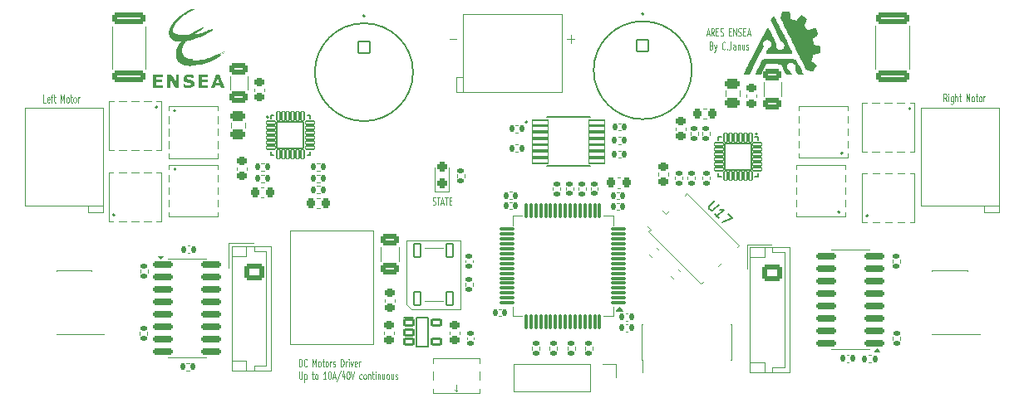
<source format=gto>
G04 #@! TF.GenerationSoftware,KiCad,Pcbnew,9.0.4-9.0.4-0~ubuntu24.04.1*
G04 #@! TF.CreationDate,2025-10-08T08:23:38+02:00*
G04 #@! TF.ProjectId,DRV8701_2Motors,44525638-3730-4315-9f32-4d6f746f7273,rev?*
G04 #@! TF.SameCoordinates,Original*
G04 #@! TF.FileFunction,Legend,Top*
G04 #@! TF.FilePolarity,Positive*
%FSLAX46Y46*%
G04 Gerber Fmt 4.6, Leading zero omitted, Abs format (unit mm)*
G04 Created by KiCad (PCBNEW 9.0.4-9.0.4-0~ubuntu24.04.1) date 2025-10-08 08:23:38*
%MOMM*%
%LPD*%
G01*
G04 APERTURE LIST*
G04 Aperture macros list*
%AMRoundRect*
0 Rectangle with rounded corners*
0 $1 Rounding radius*
0 $2 $3 $4 $5 $6 $7 $8 $9 X,Y pos of 4 corners*
0 Add a 4 corners polygon primitive as box body*
4,1,4,$2,$3,$4,$5,$6,$7,$8,$9,$2,$3,0*
0 Add four circle primitives for the rounded corners*
1,1,$1+$1,$2,$3*
1,1,$1+$1,$4,$5*
1,1,$1+$1,$6,$7*
1,1,$1+$1,$8,$9*
0 Add four rect primitives between the rounded corners*
20,1,$1+$1,$2,$3,$4,$5,0*
20,1,$1+$1,$4,$5,$6,$7,0*
20,1,$1+$1,$6,$7,$8,$9,0*
20,1,$1+$1,$8,$9,$2,$3,0*%
G04 Aperture macros list end*
%ADD10C,0.100000*%
%ADD11C,0.150000*%
%ADD12C,0.200000*%
%ADD13C,0.120000*%
%ADD14C,0.127000*%
%ADD15C,0.000000*%
%ADD16R,0.600000X0.400000*%
%ADD17R,0.880000X0.400000*%
%ADD18R,0.820000X0.400000*%
%ADD19R,0.840000X0.400000*%
%ADD20R,0.830000X0.400000*%
%ADD21R,3.500000X4.210000*%
%ADD22RoundRect,0.135000X-0.185000X0.135000X-0.185000X-0.135000X0.185000X-0.135000X0.185000X0.135000X0*%
%ADD23RoundRect,0.140000X-0.140000X-0.170000X0.140000X-0.170000X0.140000X0.170000X-0.140000X0.170000X0*%
%ADD24RoundRect,0.250000X-0.475000X0.250000X-0.475000X-0.250000X0.475000X-0.250000X0.475000X0.250000X0*%
%ADD25RoundRect,0.225000X-0.250000X0.225000X-0.250000X-0.225000X0.250000X-0.225000X0.250000X0.225000X0*%
%ADD26RoundRect,0.140000X0.140000X0.170000X-0.140000X0.170000X-0.140000X-0.170000X0.140000X-0.170000X0*%
%ADD27RoundRect,0.250000X1.425000X-0.362500X1.425000X0.362500X-1.425000X0.362500X-1.425000X-0.362500X0*%
%ADD28RoundRect,0.057500X-0.447500X-0.172500X0.447500X-0.172500X0.447500X0.172500X-0.447500X0.172500X0*%
%ADD29RoundRect,0.057500X-0.172500X-0.447500X0.172500X-0.447500X0.172500X0.447500X-0.172500X0.447500X0*%
%ADD30RoundRect,0.050000X-1.350000X-1.350000X1.350000X-1.350000X1.350000X1.350000X-1.350000X1.350000X0*%
%ADD31RoundRect,0.250000X0.650000X-0.325000X0.650000X0.325000X-0.650000X0.325000X-0.650000X-0.325000X0*%
%ADD32RoundRect,0.225000X0.335876X0.017678X0.017678X0.335876X-0.335876X-0.017678X-0.017678X-0.335876X0*%
%ADD33RoundRect,0.135000X0.185000X-0.135000X0.185000X0.135000X-0.185000X0.135000X-0.185000X-0.135000X0*%
%ADD34RoundRect,0.225000X0.250000X-0.225000X0.250000X0.225000X-0.250000X0.225000X-0.250000X-0.225000X0*%
%ADD35C,5.000000*%
%ADD36C,2.200000*%
%ADD37RoundRect,0.140000X0.170000X-0.140000X0.170000X0.140000X-0.170000X0.140000X-0.170000X-0.140000X0*%
%ADD38RoundRect,0.135000X0.135000X0.185000X-0.135000X0.185000X-0.135000X-0.185000X0.135000X-0.185000X0*%
%ADD39R,0.400000X0.600000*%
%ADD40R,0.400000X0.880000*%
%ADD41R,0.400000X0.820000*%
%ADD42R,0.400000X0.840000*%
%ADD43R,0.400000X0.830000*%
%ADD44R,4.210000X3.500000*%
%ADD45RoundRect,0.140000X-0.170000X0.140000X-0.170000X-0.140000X0.170000X-0.140000X0.170000X0.140000X0*%
%ADD46R,2.400000X0.740000*%
%ADD47RoundRect,0.090000X-0.360000X0.660000X-0.360000X-0.660000X0.360000X-0.660000X0.360000X0.660000X0*%
%ADD48RoundRect,0.057500X-0.172500X0.447500X-0.172500X-0.447500X0.172500X-0.447500X0.172500X0.447500X0*%
%ADD49RoundRect,0.057500X-0.447500X0.172500X-0.447500X-0.172500X0.447500X-0.172500X0.447500X0.172500X0*%
%ADD50RoundRect,0.050000X-1.350000X1.350000X-1.350000X-1.350000X1.350000X-1.350000X1.350000X1.350000X0*%
%ADD51RoundRect,0.225000X0.225000X0.250000X-0.225000X0.250000X-0.225000X-0.250000X0.225000X-0.250000X0*%
%ADD52C,1.600000*%
%ADD53RoundRect,0.102000X-0.600000X0.600000X-0.600000X-0.600000X0.600000X-0.600000X0.600000X0.600000X0*%
%ADD54C,1.404000*%
%ADD55RoundRect,0.135000X-0.135000X-0.185000X0.135000X-0.185000X0.135000X0.185000X-0.135000X0.185000X0*%
%ADD56RoundRect,0.218750X-0.218750X-0.256250X0.218750X-0.256250X0.218750X0.256250X-0.218750X0.256250X0*%
%ADD57R,1.350000X0.600000*%
%ADD58R,0.740000X2.400000*%
%ADD59RoundRect,0.225000X-0.225000X-0.250000X0.225000X-0.250000X0.225000X0.250000X-0.225000X0.250000X0*%
%ADD60RoundRect,0.250000X-0.989949X0.141421X0.141421X-0.989949X0.989949X-0.141421X-0.141421X0.989949X0*%
%ADD61RoundRect,0.250000X-0.650000X0.325000X-0.650000X-0.325000X0.650000X-0.325000X0.650000X0.325000X0*%
%ADD62RoundRect,0.076750X-0.810250X-0.230250X0.810250X-0.230250X0.810250X0.230250X-0.810250X0.230250X0*%
%ADD63RoundRect,0.237500X0.237500X-0.287500X0.237500X0.287500X-0.237500X0.287500X-0.237500X-0.287500X0*%
%ADD64RoundRect,0.150000X0.825000X0.150000X-0.825000X0.150000X-0.825000X-0.150000X0.825000X-0.150000X0*%
%ADD65R,1.700000X1.700000*%
%ADD66C,1.700000*%
%ADD67RoundRect,0.150000X-0.825000X-0.150000X0.825000X-0.150000X0.825000X0.150000X-0.825000X0.150000X0*%
%ADD68RoundRect,0.250000X-0.725000X0.600000X-0.725000X-0.600000X0.725000X-0.600000X0.725000X0.600000X0*%
%ADD69O,1.950000X1.700000*%
%ADD70RoundRect,0.102000X-0.450000X-0.300000X0.450000X-0.300000X0.450000X0.300000X-0.450000X0.300000X0*%
%ADD71RoundRect,0.075000X0.700000X0.075000X-0.700000X0.075000X-0.700000X-0.075000X0.700000X-0.075000X0*%
%ADD72RoundRect,0.075000X0.075000X0.700000X-0.075000X0.700000X-0.075000X-0.700000X0.075000X-0.700000X0*%
G04 APERTURE END LIST*
D10*
X130000000Y-68100000D02*
X130000000Y-68900000D01*
X117700000Y-68550000D02*
X118350000Y-68550000D01*
X129600000Y-68500000D02*
X130400000Y-68500000D01*
X115941027Y-85428800D02*
X116012455Y-85466895D01*
X116012455Y-85466895D02*
X116131503Y-85466895D01*
X116131503Y-85466895D02*
X116179122Y-85428800D01*
X116179122Y-85428800D02*
X116202931Y-85390704D01*
X116202931Y-85390704D02*
X116226741Y-85314514D01*
X116226741Y-85314514D02*
X116226741Y-85238323D01*
X116226741Y-85238323D02*
X116202931Y-85162133D01*
X116202931Y-85162133D02*
X116179122Y-85124038D01*
X116179122Y-85124038D02*
X116131503Y-85085942D01*
X116131503Y-85085942D02*
X116036265Y-85047847D01*
X116036265Y-85047847D02*
X115988646Y-85009752D01*
X115988646Y-85009752D02*
X115964836Y-84971657D01*
X115964836Y-84971657D02*
X115941027Y-84895466D01*
X115941027Y-84895466D02*
X115941027Y-84819276D01*
X115941027Y-84819276D02*
X115964836Y-84743085D01*
X115964836Y-84743085D02*
X115988646Y-84704990D01*
X115988646Y-84704990D02*
X116036265Y-84666895D01*
X116036265Y-84666895D02*
X116155312Y-84666895D01*
X116155312Y-84666895D02*
X116226741Y-84704990D01*
X116369598Y-84666895D02*
X116655312Y-84666895D01*
X116512455Y-85466895D02*
X116512455Y-84666895D01*
X116798169Y-85238323D02*
X117036264Y-85238323D01*
X116750550Y-85466895D02*
X116917216Y-84666895D01*
X116917216Y-84666895D02*
X117083883Y-85466895D01*
X117179121Y-84666895D02*
X117464835Y-84666895D01*
X117321978Y-85466895D02*
X117321978Y-84666895D01*
X117631501Y-85047847D02*
X117798168Y-85047847D01*
X117869596Y-85466895D02*
X117631501Y-85466895D01*
X117631501Y-85466895D02*
X117631501Y-84666895D01*
X117631501Y-84666895D02*
X117869596Y-84666895D01*
X144341503Y-69189229D02*
X144412931Y-69227324D01*
X144412931Y-69227324D02*
X144436741Y-69265420D01*
X144436741Y-69265420D02*
X144460550Y-69341610D01*
X144460550Y-69341610D02*
X144460550Y-69455896D01*
X144460550Y-69455896D02*
X144436741Y-69532086D01*
X144436741Y-69532086D02*
X144412931Y-69570182D01*
X144412931Y-69570182D02*
X144365312Y-69608277D01*
X144365312Y-69608277D02*
X144174836Y-69608277D01*
X144174836Y-69608277D02*
X144174836Y-68808277D01*
X144174836Y-68808277D02*
X144341503Y-68808277D01*
X144341503Y-68808277D02*
X144389122Y-68846372D01*
X144389122Y-68846372D02*
X144412931Y-68884467D01*
X144412931Y-68884467D02*
X144436741Y-68960658D01*
X144436741Y-68960658D02*
X144436741Y-69036848D01*
X144436741Y-69036848D02*
X144412931Y-69113039D01*
X144412931Y-69113039D02*
X144389122Y-69151134D01*
X144389122Y-69151134D02*
X144341503Y-69189229D01*
X144341503Y-69189229D02*
X144174836Y-69189229D01*
X144627217Y-69074943D02*
X144746265Y-69608277D01*
X144865312Y-69074943D02*
X144746265Y-69608277D01*
X144746265Y-69608277D02*
X144698646Y-69798753D01*
X144698646Y-69798753D02*
X144674836Y-69836848D01*
X144674836Y-69836848D02*
X144627217Y-69874943D01*
X145722454Y-69532086D02*
X145698645Y-69570182D01*
X145698645Y-69570182D02*
X145627216Y-69608277D01*
X145627216Y-69608277D02*
X145579597Y-69608277D01*
X145579597Y-69608277D02*
X145508169Y-69570182D01*
X145508169Y-69570182D02*
X145460550Y-69493991D01*
X145460550Y-69493991D02*
X145436740Y-69417801D01*
X145436740Y-69417801D02*
X145412931Y-69265420D01*
X145412931Y-69265420D02*
X145412931Y-69151134D01*
X145412931Y-69151134D02*
X145436740Y-68998753D01*
X145436740Y-68998753D02*
X145460550Y-68922562D01*
X145460550Y-68922562D02*
X145508169Y-68846372D01*
X145508169Y-68846372D02*
X145579597Y-68808277D01*
X145579597Y-68808277D02*
X145627216Y-68808277D01*
X145627216Y-68808277D02*
X145698645Y-68846372D01*
X145698645Y-68846372D02*
X145722454Y-68884467D01*
X145936740Y-69532086D02*
X145960550Y-69570182D01*
X145960550Y-69570182D02*
X145936740Y-69608277D01*
X145936740Y-69608277D02*
X145912931Y-69570182D01*
X145912931Y-69570182D02*
X145936740Y-69532086D01*
X145936740Y-69532086D02*
X145936740Y-69608277D01*
X146317692Y-68808277D02*
X146317692Y-69379705D01*
X146317692Y-69379705D02*
X146293883Y-69493991D01*
X146293883Y-69493991D02*
X146246264Y-69570182D01*
X146246264Y-69570182D02*
X146174835Y-69608277D01*
X146174835Y-69608277D02*
X146127216Y-69608277D01*
X146770073Y-69608277D02*
X146770073Y-69189229D01*
X146770073Y-69189229D02*
X146746263Y-69113039D01*
X146746263Y-69113039D02*
X146698644Y-69074943D01*
X146698644Y-69074943D02*
X146603406Y-69074943D01*
X146603406Y-69074943D02*
X146555787Y-69113039D01*
X146770073Y-69570182D02*
X146722454Y-69608277D01*
X146722454Y-69608277D02*
X146603406Y-69608277D01*
X146603406Y-69608277D02*
X146555787Y-69570182D01*
X146555787Y-69570182D02*
X146531978Y-69493991D01*
X146531978Y-69493991D02*
X146531978Y-69417801D01*
X146531978Y-69417801D02*
X146555787Y-69341610D01*
X146555787Y-69341610D02*
X146603406Y-69303515D01*
X146603406Y-69303515D02*
X146722454Y-69303515D01*
X146722454Y-69303515D02*
X146770073Y-69265420D01*
X147008168Y-69074943D02*
X147008168Y-69608277D01*
X147008168Y-69151134D02*
X147031978Y-69113039D01*
X147031978Y-69113039D02*
X147079597Y-69074943D01*
X147079597Y-69074943D02*
X147151025Y-69074943D01*
X147151025Y-69074943D02*
X147198644Y-69113039D01*
X147198644Y-69113039D02*
X147222454Y-69189229D01*
X147222454Y-69189229D02*
X147222454Y-69608277D01*
X147674835Y-69074943D02*
X147674835Y-69608277D01*
X147460549Y-69074943D02*
X147460549Y-69493991D01*
X147460549Y-69493991D02*
X147484359Y-69570182D01*
X147484359Y-69570182D02*
X147531978Y-69608277D01*
X147531978Y-69608277D02*
X147603406Y-69608277D01*
X147603406Y-69608277D02*
X147651025Y-69570182D01*
X147651025Y-69570182D02*
X147674835Y-69532086D01*
X147889121Y-69570182D02*
X147936740Y-69608277D01*
X147936740Y-69608277D02*
X148031978Y-69608277D01*
X148031978Y-69608277D02*
X148079597Y-69570182D01*
X148079597Y-69570182D02*
X148103406Y-69493991D01*
X148103406Y-69493991D02*
X148103406Y-69455896D01*
X148103406Y-69455896D02*
X148079597Y-69379705D01*
X148079597Y-69379705D02*
X148031978Y-69341610D01*
X148031978Y-69341610D02*
X147960549Y-69341610D01*
X147960549Y-69341610D02*
X147912930Y-69303515D01*
X147912930Y-69303515D02*
X147889121Y-69227324D01*
X147889121Y-69227324D02*
X147889121Y-69189229D01*
X147889121Y-69189229D02*
X147912930Y-69113039D01*
X147912930Y-69113039D02*
X147960549Y-69074943D01*
X147960549Y-69074943D02*
X148031978Y-69074943D01*
X148031978Y-69074943D02*
X148079597Y-69113039D01*
X168270550Y-74896895D02*
X168103884Y-74515942D01*
X167984836Y-74896895D02*
X167984836Y-74096895D01*
X167984836Y-74096895D02*
X168175312Y-74096895D01*
X168175312Y-74096895D02*
X168222931Y-74134990D01*
X168222931Y-74134990D02*
X168246741Y-74173085D01*
X168246741Y-74173085D02*
X168270550Y-74249276D01*
X168270550Y-74249276D02*
X168270550Y-74363561D01*
X168270550Y-74363561D02*
X168246741Y-74439752D01*
X168246741Y-74439752D02*
X168222931Y-74477847D01*
X168222931Y-74477847D02*
X168175312Y-74515942D01*
X168175312Y-74515942D02*
X167984836Y-74515942D01*
X168484836Y-74896895D02*
X168484836Y-74363561D01*
X168484836Y-74096895D02*
X168461027Y-74134990D01*
X168461027Y-74134990D02*
X168484836Y-74173085D01*
X168484836Y-74173085D02*
X168508646Y-74134990D01*
X168508646Y-74134990D02*
X168484836Y-74096895D01*
X168484836Y-74096895D02*
X168484836Y-74173085D01*
X168937217Y-74363561D02*
X168937217Y-75011180D01*
X168937217Y-75011180D02*
X168913407Y-75087371D01*
X168913407Y-75087371D02*
X168889598Y-75125466D01*
X168889598Y-75125466D02*
X168841979Y-75163561D01*
X168841979Y-75163561D02*
X168770550Y-75163561D01*
X168770550Y-75163561D02*
X168722931Y-75125466D01*
X168937217Y-74858800D02*
X168889598Y-74896895D01*
X168889598Y-74896895D02*
X168794360Y-74896895D01*
X168794360Y-74896895D02*
X168746741Y-74858800D01*
X168746741Y-74858800D02*
X168722931Y-74820704D01*
X168722931Y-74820704D02*
X168699122Y-74744514D01*
X168699122Y-74744514D02*
X168699122Y-74515942D01*
X168699122Y-74515942D02*
X168722931Y-74439752D01*
X168722931Y-74439752D02*
X168746741Y-74401657D01*
X168746741Y-74401657D02*
X168794360Y-74363561D01*
X168794360Y-74363561D02*
X168889598Y-74363561D01*
X168889598Y-74363561D02*
X168937217Y-74401657D01*
X169175312Y-74896895D02*
X169175312Y-74096895D01*
X169389598Y-74896895D02*
X169389598Y-74477847D01*
X169389598Y-74477847D02*
X169365788Y-74401657D01*
X169365788Y-74401657D02*
X169318169Y-74363561D01*
X169318169Y-74363561D02*
X169246741Y-74363561D01*
X169246741Y-74363561D02*
X169199122Y-74401657D01*
X169199122Y-74401657D02*
X169175312Y-74439752D01*
X169556265Y-74363561D02*
X169746741Y-74363561D01*
X169627693Y-74096895D02*
X169627693Y-74782609D01*
X169627693Y-74782609D02*
X169651503Y-74858800D01*
X169651503Y-74858800D02*
X169699122Y-74896895D01*
X169699122Y-74896895D02*
X169746741Y-74896895D01*
X170294359Y-74896895D02*
X170294359Y-74096895D01*
X170294359Y-74096895D02*
X170461026Y-74668323D01*
X170461026Y-74668323D02*
X170627692Y-74096895D01*
X170627692Y-74096895D02*
X170627692Y-74896895D01*
X170937217Y-74896895D02*
X170889598Y-74858800D01*
X170889598Y-74858800D02*
X170865788Y-74820704D01*
X170865788Y-74820704D02*
X170841979Y-74744514D01*
X170841979Y-74744514D02*
X170841979Y-74515942D01*
X170841979Y-74515942D02*
X170865788Y-74439752D01*
X170865788Y-74439752D02*
X170889598Y-74401657D01*
X170889598Y-74401657D02*
X170937217Y-74363561D01*
X170937217Y-74363561D02*
X171008645Y-74363561D01*
X171008645Y-74363561D02*
X171056264Y-74401657D01*
X171056264Y-74401657D02*
X171080074Y-74439752D01*
X171080074Y-74439752D02*
X171103883Y-74515942D01*
X171103883Y-74515942D02*
X171103883Y-74744514D01*
X171103883Y-74744514D02*
X171080074Y-74820704D01*
X171080074Y-74820704D02*
X171056264Y-74858800D01*
X171056264Y-74858800D02*
X171008645Y-74896895D01*
X171008645Y-74896895D02*
X170937217Y-74896895D01*
X171246741Y-74363561D02*
X171437217Y-74363561D01*
X171318169Y-74096895D02*
X171318169Y-74782609D01*
X171318169Y-74782609D02*
X171341979Y-74858800D01*
X171341979Y-74858800D02*
X171389598Y-74896895D01*
X171389598Y-74896895D02*
X171437217Y-74896895D01*
X171675312Y-74896895D02*
X171627693Y-74858800D01*
X171627693Y-74858800D02*
X171603883Y-74820704D01*
X171603883Y-74820704D02*
X171580074Y-74744514D01*
X171580074Y-74744514D02*
X171580074Y-74515942D01*
X171580074Y-74515942D02*
X171603883Y-74439752D01*
X171603883Y-74439752D02*
X171627693Y-74401657D01*
X171627693Y-74401657D02*
X171675312Y-74363561D01*
X171675312Y-74363561D02*
X171746740Y-74363561D01*
X171746740Y-74363561D02*
X171794359Y-74401657D01*
X171794359Y-74401657D02*
X171818169Y-74439752D01*
X171818169Y-74439752D02*
X171841978Y-74515942D01*
X171841978Y-74515942D02*
X171841978Y-74744514D01*
X171841978Y-74744514D02*
X171818169Y-74820704D01*
X171818169Y-74820704D02*
X171794359Y-74858800D01*
X171794359Y-74858800D02*
X171746740Y-74896895D01*
X171746740Y-74896895D02*
X171675312Y-74896895D01*
X172056264Y-74896895D02*
X172056264Y-74363561D01*
X172056264Y-74515942D02*
X172080074Y-74439752D01*
X172080074Y-74439752D02*
X172103883Y-74401657D01*
X172103883Y-74401657D02*
X172151502Y-74363561D01*
X172151502Y-74363561D02*
X172199121Y-74363561D01*
X76522931Y-74996895D02*
X76284836Y-74996895D01*
X76284836Y-74996895D02*
X76284836Y-74196895D01*
X76880074Y-74958800D02*
X76832455Y-74996895D01*
X76832455Y-74996895D02*
X76737217Y-74996895D01*
X76737217Y-74996895D02*
X76689598Y-74958800D01*
X76689598Y-74958800D02*
X76665789Y-74882609D01*
X76665789Y-74882609D02*
X76665789Y-74577847D01*
X76665789Y-74577847D02*
X76689598Y-74501657D01*
X76689598Y-74501657D02*
X76737217Y-74463561D01*
X76737217Y-74463561D02*
X76832455Y-74463561D01*
X76832455Y-74463561D02*
X76880074Y-74501657D01*
X76880074Y-74501657D02*
X76903884Y-74577847D01*
X76903884Y-74577847D02*
X76903884Y-74654038D01*
X76903884Y-74654038D02*
X76665789Y-74730228D01*
X77046741Y-74463561D02*
X77237217Y-74463561D01*
X77118169Y-74996895D02*
X77118169Y-74311180D01*
X77118169Y-74311180D02*
X77141979Y-74234990D01*
X77141979Y-74234990D02*
X77189598Y-74196895D01*
X77189598Y-74196895D02*
X77237217Y-74196895D01*
X77332455Y-74463561D02*
X77522931Y-74463561D01*
X77403883Y-74196895D02*
X77403883Y-74882609D01*
X77403883Y-74882609D02*
X77427693Y-74958800D01*
X77427693Y-74958800D02*
X77475312Y-74996895D01*
X77475312Y-74996895D02*
X77522931Y-74996895D01*
X78070549Y-74996895D02*
X78070549Y-74196895D01*
X78070549Y-74196895D02*
X78237216Y-74768323D01*
X78237216Y-74768323D02*
X78403882Y-74196895D01*
X78403882Y-74196895D02*
X78403882Y-74996895D01*
X78713407Y-74996895D02*
X78665788Y-74958800D01*
X78665788Y-74958800D02*
X78641978Y-74920704D01*
X78641978Y-74920704D02*
X78618169Y-74844514D01*
X78618169Y-74844514D02*
X78618169Y-74615942D01*
X78618169Y-74615942D02*
X78641978Y-74539752D01*
X78641978Y-74539752D02*
X78665788Y-74501657D01*
X78665788Y-74501657D02*
X78713407Y-74463561D01*
X78713407Y-74463561D02*
X78784835Y-74463561D01*
X78784835Y-74463561D02*
X78832454Y-74501657D01*
X78832454Y-74501657D02*
X78856264Y-74539752D01*
X78856264Y-74539752D02*
X78880073Y-74615942D01*
X78880073Y-74615942D02*
X78880073Y-74844514D01*
X78880073Y-74844514D02*
X78856264Y-74920704D01*
X78856264Y-74920704D02*
X78832454Y-74958800D01*
X78832454Y-74958800D02*
X78784835Y-74996895D01*
X78784835Y-74996895D02*
X78713407Y-74996895D01*
X79022931Y-74463561D02*
X79213407Y-74463561D01*
X79094359Y-74196895D02*
X79094359Y-74882609D01*
X79094359Y-74882609D02*
X79118169Y-74958800D01*
X79118169Y-74958800D02*
X79165788Y-74996895D01*
X79165788Y-74996895D02*
X79213407Y-74996895D01*
X79451502Y-74996895D02*
X79403883Y-74958800D01*
X79403883Y-74958800D02*
X79380073Y-74920704D01*
X79380073Y-74920704D02*
X79356264Y-74844514D01*
X79356264Y-74844514D02*
X79356264Y-74615942D01*
X79356264Y-74615942D02*
X79380073Y-74539752D01*
X79380073Y-74539752D02*
X79403883Y-74501657D01*
X79403883Y-74501657D02*
X79451502Y-74463561D01*
X79451502Y-74463561D02*
X79522930Y-74463561D01*
X79522930Y-74463561D02*
X79570549Y-74501657D01*
X79570549Y-74501657D02*
X79594359Y-74539752D01*
X79594359Y-74539752D02*
X79618168Y-74615942D01*
X79618168Y-74615942D02*
X79618168Y-74844514D01*
X79618168Y-74844514D02*
X79594359Y-74920704D01*
X79594359Y-74920704D02*
X79570549Y-74958800D01*
X79570549Y-74958800D02*
X79522930Y-74996895D01*
X79522930Y-74996895D02*
X79451502Y-74996895D01*
X79832454Y-74996895D02*
X79832454Y-74463561D01*
X79832454Y-74615942D02*
X79856264Y-74539752D01*
X79856264Y-74539752D02*
X79880073Y-74501657D01*
X79880073Y-74501657D02*
X79927692Y-74463561D01*
X79927692Y-74463561D02*
X79975311Y-74463561D01*
X143851027Y-67979705D02*
X144089122Y-67979705D01*
X143803408Y-68208277D02*
X143970074Y-67408277D01*
X143970074Y-67408277D02*
X144136741Y-68208277D01*
X144589121Y-68208277D02*
X144422455Y-67827324D01*
X144303407Y-68208277D02*
X144303407Y-67408277D01*
X144303407Y-67408277D02*
X144493883Y-67408277D01*
X144493883Y-67408277D02*
X144541502Y-67446372D01*
X144541502Y-67446372D02*
X144565312Y-67484467D01*
X144565312Y-67484467D02*
X144589121Y-67560658D01*
X144589121Y-67560658D02*
X144589121Y-67674943D01*
X144589121Y-67674943D02*
X144565312Y-67751134D01*
X144565312Y-67751134D02*
X144541502Y-67789229D01*
X144541502Y-67789229D02*
X144493883Y-67827324D01*
X144493883Y-67827324D02*
X144303407Y-67827324D01*
X144803407Y-67789229D02*
X144970074Y-67789229D01*
X145041502Y-68208277D02*
X144803407Y-68208277D01*
X144803407Y-68208277D02*
X144803407Y-67408277D01*
X144803407Y-67408277D02*
X145041502Y-67408277D01*
X145231979Y-68170182D02*
X145303407Y-68208277D01*
X145303407Y-68208277D02*
X145422455Y-68208277D01*
X145422455Y-68208277D02*
X145470074Y-68170182D01*
X145470074Y-68170182D02*
X145493883Y-68132086D01*
X145493883Y-68132086D02*
X145517693Y-68055896D01*
X145517693Y-68055896D02*
X145517693Y-67979705D01*
X145517693Y-67979705D02*
X145493883Y-67903515D01*
X145493883Y-67903515D02*
X145470074Y-67865420D01*
X145470074Y-67865420D02*
X145422455Y-67827324D01*
X145422455Y-67827324D02*
X145327217Y-67789229D01*
X145327217Y-67789229D02*
X145279598Y-67751134D01*
X145279598Y-67751134D02*
X145255788Y-67713039D01*
X145255788Y-67713039D02*
X145231979Y-67636848D01*
X145231979Y-67636848D02*
X145231979Y-67560658D01*
X145231979Y-67560658D02*
X145255788Y-67484467D01*
X145255788Y-67484467D02*
X145279598Y-67446372D01*
X145279598Y-67446372D02*
X145327217Y-67408277D01*
X145327217Y-67408277D02*
X145446264Y-67408277D01*
X145446264Y-67408277D02*
X145517693Y-67446372D01*
X146112930Y-67789229D02*
X146279597Y-67789229D01*
X146351025Y-68208277D02*
X146112930Y-68208277D01*
X146112930Y-68208277D02*
X146112930Y-67408277D01*
X146112930Y-67408277D02*
X146351025Y-67408277D01*
X146565311Y-68208277D02*
X146565311Y-67408277D01*
X146565311Y-67408277D02*
X146851025Y-68208277D01*
X146851025Y-68208277D02*
X146851025Y-67408277D01*
X147065312Y-68170182D02*
X147136740Y-68208277D01*
X147136740Y-68208277D02*
X147255788Y-68208277D01*
X147255788Y-68208277D02*
X147303407Y-68170182D01*
X147303407Y-68170182D02*
X147327216Y-68132086D01*
X147327216Y-68132086D02*
X147351026Y-68055896D01*
X147351026Y-68055896D02*
X147351026Y-67979705D01*
X147351026Y-67979705D02*
X147327216Y-67903515D01*
X147327216Y-67903515D02*
X147303407Y-67865420D01*
X147303407Y-67865420D02*
X147255788Y-67827324D01*
X147255788Y-67827324D02*
X147160550Y-67789229D01*
X147160550Y-67789229D02*
X147112931Y-67751134D01*
X147112931Y-67751134D02*
X147089121Y-67713039D01*
X147089121Y-67713039D02*
X147065312Y-67636848D01*
X147065312Y-67636848D02*
X147065312Y-67560658D01*
X147065312Y-67560658D02*
X147089121Y-67484467D01*
X147089121Y-67484467D02*
X147112931Y-67446372D01*
X147112931Y-67446372D02*
X147160550Y-67408277D01*
X147160550Y-67408277D02*
X147279597Y-67408277D01*
X147279597Y-67408277D02*
X147351026Y-67446372D01*
X147565311Y-67789229D02*
X147731978Y-67789229D01*
X147803406Y-68208277D02*
X147565311Y-68208277D01*
X147565311Y-68208277D02*
X147565311Y-67408277D01*
X147565311Y-67408277D02*
X147803406Y-67408277D01*
X147993883Y-67979705D02*
X148231978Y-67979705D01*
X147946264Y-68208277D02*
X148112930Y-67408277D01*
X148112930Y-67408277D02*
X148279597Y-68208277D01*
X102354836Y-101968940D02*
X102354836Y-101168940D01*
X102354836Y-101168940D02*
X102473884Y-101168940D01*
X102473884Y-101168940D02*
X102545312Y-101207035D01*
X102545312Y-101207035D02*
X102592931Y-101283225D01*
X102592931Y-101283225D02*
X102616741Y-101359416D01*
X102616741Y-101359416D02*
X102640550Y-101511797D01*
X102640550Y-101511797D02*
X102640550Y-101626083D01*
X102640550Y-101626083D02*
X102616741Y-101778464D01*
X102616741Y-101778464D02*
X102592931Y-101854654D01*
X102592931Y-101854654D02*
X102545312Y-101930845D01*
X102545312Y-101930845D02*
X102473884Y-101968940D01*
X102473884Y-101968940D02*
X102354836Y-101968940D01*
X103140550Y-101892749D02*
X103116741Y-101930845D01*
X103116741Y-101930845D02*
X103045312Y-101968940D01*
X103045312Y-101968940D02*
X102997693Y-101968940D01*
X102997693Y-101968940D02*
X102926265Y-101930845D01*
X102926265Y-101930845D02*
X102878646Y-101854654D01*
X102878646Y-101854654D02*
X102854836Y-101778464D01*
X102854836Y-101778464D02*
X102831027Y-101626083D01*
X102831027Y-101626083D02*
X102831027Y-101511797D01*
X102831027Y-101511797D02*
X102854836Y-101359416D01*
X102854836Y-101359416D02*
X102878646Y-101283225D01*
X102878646Y-101283225D02*
X102926265Y-101207035D01*
X102926265Y-101207035D02*
X102997693Y-101168940D01*
X102997693Y-101168940D02*
X103045312Y-101168940D01*
X103045312Y-101168940D02*
X103116741Y-101207035D01*
X103116741Y-101207035D02*
X103140550Y-101245130D01*
X103735788Y-101968940D02*
X103735788Y-101168940D01*
X103735788Y-101168940D02*
X103902455Y-101740368D01*
X103902455Y-101740368D02*
X104069121Y-101168940D01*
X104069121Y-101168940D02*
X104069121Y-101968940D01*
X104378646Y-101968940D02*
X104331027Y-101930845D01*
X104331027Y-101930845D02*
X104307217Y-101892749D01*
X104307217Y-101892749D02*
X104283408Y-101816559D01*
X104283408Y-101816559D02*
X104283408Y-101587987D01*
X104283408Y-101587987D02*
X104307217Y-101511797D01*
X104307217Y-101511797D02*
X104331027Y-101473702D01*
X104331027Y-101473702D02*
X104378646Y-101435606D01*
X104378646Y-101435606D02*
X104450074Y-101435606D01*
X104450074Y-101435606D02*
X104497693Y-101473702D01*
X104497693Y-101473702D02*
X104521503Y-101511797D01*
X104521503Y-101511797D02*
X104545312Y-101587987D01*
X104545312Y-101587987D02*
X104545312Y-101816559D01*
X104545312Y-101816559D02*
X104521503Y-101892749D01*
X104521503Y-101892749D02*
X104497693Y-101930845D01*
X104497693Y-101930845D02*
X104450074Y-101968940D01*
X104450074Y-101968940D02*
X104378646Y-101968940D01*
X104688170Y-101435606D02*
X104878646Y-101435606D01*
X104759598Y-101168940D02*
X104759598Y-101854654D01*
X104759598Y-101854654D02*
X104783408Y-101930845D01*
X104783408Y-101930845D02*
X104831027Y-101968940D01*
X104831027Y-101968940D02*
X104878646Y-101968940D01*
X105116741Y-101968940D02*
X105069122Y-101930845D01*
X105069122Y-101930845D02*
X105045312Y-101892749D01*
X105045312Y-101892749D02*
X105021503Y-101816559D01*
X105021503Y-101816559D02*
X105021503Y-101587987D01*
X105021503Y-101587987D02*
X105045312Y-101511797D01*
X105045312Y-101511797D02*
X105069122Y-101473702D01*
X105069122Y-101473702D02*
X105116741Y-101435606D01*
X105116741Y-101435606D02*
X105188169Y-101435606D01*
X105188169Y-101435606D02*
X105235788Y-101473702D01*
X105235788Y-101473702D02*
X105259598Y-101511797D01*
X105259598Y-101511797D02*
X105283407Y-101587987D01*
X105283407Y-101587987D02*
X105283407Y-101816559D01*
X105283407Y-101816559D02*
X105259598Y-101892749D01*
X105259598Y-101892749D02*
X105235788Y-101930845D01*
X105235788Y-101930845D02*
X105188169Y-101968940D01*
X105188169Y-101968940D02*
X105116741Y-101968940D01*
X105497693Y-101968940D02*
X105497693Y-101435606D01*
X105497693Y-101587987D02*
X105521503Y-101511797D01*
X105521503Y-101511797D02*
X105545312Y-101473702D01*
X105545312Y-101473702D02*
X105592931Y-101435606D01*
X105592931Y-101435606D02*
X105640550Y-101435606D01*
X105783408Y-101930845D02*
X105831027Y-101968940D01*
X105831027Y-101968940D02*
X105926265Y-101968940D01*
X105926265Y-101968940D02*
X105973884Y-101930845D01*
X105973884Y-101930845D02*
X105997693Y-101854654D01*
X105997693Y-101854654D02*
X105997693Y-101816559D01*
X105997693Y-101816559D02*
X105973884Y-101740368D01*
X105973884Y-101740368D02*
X105926265Y-101702273D01*
X105926265Y-101702273D02*
X105854836Y-101702273D01*
X105854836Y-101702273D02*
X105807217Y-101664178D01*
X105807217Y-101664178D02*
X105783408Y-101587987D01*
X105783408Y-101587987D02*
X105783408Y-101549892D01*
X105783408Y-101549892D02*
X105807217Y-101473702D01*
X105807217Y-101473702D02*
X105854836Y-101435606D01*
X105854836Y-101435606D02*
X105926265Y-101435606D01*
X105926265Y-101435606D02*
X105973884Y-101473702D01*
X106592931Y-101968940D02*
X106592931Y-101168940D01*
X106592931Y-101168940D02*
X106711979Y-101168940D01*
X106711979Y-101168940D02*
X106783407Y-101207035D01*
X106783407Y-101207035D02*
X106831026Y-101283225D01*
X106831026Y-101283225D02*
X106854836Y-101359416D01*
X106854836Y-101359416D02*
X106878645Y-101511797D01*
X106878645Y-101511797D02*
X106878645Y-101626083D01*
X106878645Y-101626083D02*
X106854836Y-101778464D01*
X106854836Y-101778464D02*
X106831026Y-101854654D01*
X106831026Y-101854654D02*
X106783407Y-101930845D01*
X106783407Y-101930845D02*
X106711979Y-101968940D01*
X106711979Y-101968940D02*
X106592931Y-101968940D01*
X107092931Y-101968940D02*
X107092931Y-101435606D01*
X107092931Y-101587987D02*
X107116741Y-101511797D01*
X107116741Y-101511797D02*
X107140550Y-101473702D01*
X107140550Y-101473702D02*
X107188169Y-101435606D01*
X107188169Y-101435606D02*
X107235788Y-101435606D01*
X107402455Y-101968940D02*
X107402455Y-101435606D01*
X107402455Y-101168940D02*
X107378646Y-101207035D01*
X107378646Y-101207035D02*
X107402455Y-101245130D01*
X107402455Y-101245130D02*
X107426265Y-101207035D01*
X107426265Y-101207035D02*
X107402455Y-101168940D01*
X107402455Y-101168940D02*
X107402455Y-101245130D01*
X107592931Y-101435606D02*
X107711979Y-101968940D01*
X107711979Y-101968940D02*
X107831026Y-101435606D01*
X108211978Y-101930845D02*
X108164359Y-101968940D01*
X108164359Y-101968940D02*
X108069121Y-101968940D01*
X108069121Y-101968940D02*
X108021502Y-101930845D01*
X108021502Y-101930845D02*
X107997693Y-101854654D01*
X107997693Y-101854654D02*
X107997693Y-101549892D01*
X107997693Y-101549892D02*
X108021502Y-101473702D01*
X108021502Y-101473702D02*
X108069121Y-101435606D01*
X108069121Y-101435606D02*
X108164359Y-101435606D01*
X108164359Y-101435606D02*
X108211978Y-101473702D01*
X108211978Y-101473702D02*
X108235788Y-101549892D01*
X108235788Y-101549892D02*
X108235788Y-101626083D01*
X108235788Y-101626083D02*
X107997693Y-101702273D01*
X108450073Y-101968940D02*
X108450073Y-101435606D01*
X108450073Y-101587987D02*
X108473883Y-101511797D01*
X108473883Y-101511797D02*
X108497692Y-101473702D01*
X108497692Y-101473702D02*
X108545311Y-101435606D01*
X108545311Y-101435606D02*
X108592930Y-101435606D01*
X102354836Y-102456895D02*
X102354836Y-103104514D01*
X102354836Y-103104514D02*
X102378646Y-103180704D01*
X102378646Y-103180704D02*
X102402455Y-103218800D01*
X102402455Y-103218800D02*
X102450074Y-103256895D01*
X102450074Y-103256895D02*
X102545312Y-103256895D01*
X102545312Y-103256895D02*
X102592931Y-103218800D01*
X102592931Y-103218800D02*
X102616741Y-103180704D01*
X102616741Y-103180704D02*
X102640550Y-103104514D01*
X102640550Y-103104514D02*
X102640550Y-102456895D01*
X102878646Y-102723561D02*
X102878646Y-103523561D01*
X102878646Y-102761657D02*
X102926265Y-102723561D01*
X102926265Y-102723561D02*
X103021503Y-102723561D01*
X103021503Y-102723561D02*
X103069122Y-102761657D01*
X103069122Y-102761657D02*
X103092932Y-102799752D01*
X103092932Y-102799752D02*
X103116741Y-102875942D01*
X103116741Y-102875942D02*
X103116741Y-103104514D01*
X103116741Y-103104514D02*
X103092932Y-103180704D01*
X103092932Y-103180704D02*
X103069122Y-103218800D01*
X103069122Y-103218800D02*
X103021503Y-103256895D01*
X103021503Y-103256895D02*
X102926265Y-103256895D01*
X102926265Y-103256895D02*
X102878646Y-103218800D01*
X103640551Y-102723561D02*
X103831027Y-102723561D01*
X103711979Y-102456895D02*
X103711979Y-103142609D01*
X103711979Y-103142609D02*
X103735789Y-103218800D01*
X103735789Y-103218800D02*
X103783408Y-103256895D01*
X103783408Y-103256895D02*
X103831027Y-103256895D01*
X104069122Y-103256895D02*
X104021503Y-103218800D01*
X104021503Y-103218800D02*
X103997693Y-103180704D01*
X103997693Y-103180704D02*
X103973884Y-103104514D01*
X103973884Y-103104514D02*
X103973884Y-102875942D01*
X103973884Y-102875942D02*
X103997693Y-102799752D01*
X103997693Y-102799752D02*
X104021503Y-102761657D01*
X104021503Y-102761657D02*
X104069122Y-102723561D01*
X104069122Y-102723561D02*
X104140550Y-102723561D01*
X104140550Y-102723561D02*
X104188169Y-102761657D01*
X104188169Y-102761657D02*
X104211979Y-102799752D01*
X104211979Y-102799752D02*
X104235788Y-102875942D01*
X104235788Y-102875942D02*
X104235788Y-103104514D01*
X104235788Y-103104514D02*
X104211979Y-103180704D01*
X104211979Y-103180704D02*
X104188169Y-103218800D01*
X104188169Y-103218800D02*
X104140550Y-103256895D01*
X104140550Y-103256895D02*
X104069122Y-103256895D01*
X105092931Y-103256895D02*
X104807217Y-103256895D01*
X104950074Y-103256895D02*
X104950074Y-102456895D01*
X104950074Y-102456895D02*
X104902455Y-102571180D01*
X104902455Y-102571180D02*
X104854836Y-102647371D01*
X104854836Y-102647371D02*
X104807217Y-102685466D01*
X105402454Y-102456895D02*
X105450073Y-102456895D01*
X105450073Y-102456895D02*
X105497692Y-102494990D01*
X105497692Y-102494990D02*
X105521502Y-102533085D01*
X105521502Y-102533085D02*
X105545311Y-102609276D01*
X105545311Y-102609276D02*
X105569121Y-102761657D01*
X105569121Y-102761657D02*
X105569121Y-102952133D01*
X105569121Y-102952133D02*
X105545311Y-103104514D01*
X105545311Y-103104514D02*
X105521502Y-103180704D01*
X105521502Y-103180704D02*
X105497692Y-103218800D01*
X105497692Y-103218800D02*
X105450073Y-103256895D01*
X105450073Y-103256895D02*
X105402454Y-103256895D01*
X105402454Y-103256895D02*
X105354835Y-103218800D01*
X105354835Y-103218800D02*
X105331026Y-103180704D01*
X105331026Y-103180704D02*
X105307216Y-103104514D01*
X105307216Y-103104514D02*
X105283407Y-102952133D01*
X105283407Y-102952133D02*
X105283407Y-102761657D01*
X105283407Y-102761657D02*
X105307216Y-102609276D01*
X105307216Y-102609276D02*
X105331026Y-102533085D01*
X105331026Y-102533085D02*
X105354835Y-102494990D01*
X105354835Y-102494990D02*
X105402454Y-102456895D01*
X105759597Y-103028323D02*
X105997692Y-103028323D01*
X105711978Y-103256895D02*
X105878644Y-102456895D01*
X105878644Y-102456895D02*
X106045311Y-103256895D01*
X106569120Y-102418800D02*
X106140549Y-103447371D01*
X106950073Y-102723561D02*
X106950073Y-103256895D01*
X106831025Y-102418800D02*
X106711978Y-102990228D01*
X106711978Y-102990228D02*
X107021501Y-102990228D01*
X107307215Y-102456895D02*
X107354834Y-102456895D01*
X107354834Y-102456895D02*
X107402453Y-102494990D01*
X107402453Y-102494990D02*
X107426263Y-102533085D01*
X107426263Y-102533085D02*
X107450072Y-102609276D01*
X107450072Y-102609276D02*
X107473882Y-102761657D01*
X107473882Y-102761657D02*
X107473882Y-102952133D01*
X107473882Y-102952133D02*
X107450072Y-103104514D01*
X107450072Y-103104514D02*
X107426263Y-103180704D01*
X107426263Y-103180704D02*
X107402453Y-103218800D01*
X107402453Y-103218800D02*
X107354834Y-103256895D01*
X107354834Y-103256895D02*
X107307215Y-103256895D01*
X107307215Y-103256895D02*
X107259596Y-103218800D01*
X107259596Y-103218800D02*
X107235787Y-103180704D01*
X107235787Y-103180704D02*
X107211977Y-103104514D01*
X107211977Y-103104514D02*
X107188168Y-102952133D01*
X107188168Y-102952133D02*
X107188168Y-102761657D01*
X107188168Y-102761657D02*
X107211977Y-102609276D01*
X107211977Y-102609276D02*
X107235787Y-102533085D01*
X107235787Y-102533085D02*
X107259596Y-102494990D01*
X107259596Y-102494990D02*
X107307215Y-102456895D01*
X107616739Y-102456895D02*
X107783405Y-103256895D01*
X107783405Y-103256895D02*
X107950072Y-102456895D01*
X108711976Y-103218800D02*
X108664357Y-103256895D01*
X108664357Y-103256895D02*
X108569119Y-103256895D01*
X108569119Y-103256895D02*
X108521500Y-103218800D01*
X108521500Y-103218800D02*
X108497690Y-103180704D01*
X108497690Y-103180704D02*
X108473881Y-103104514D01*
X108473881Y-103104514D02*
X108473881Y-102875942D01*
X108473881Y-102875942D02*
X108497690Y-102799752D01*
X108497690Y-102799752D02*
X108521500Y-102761657D01*
X108521500Y-102761657D02*
X108569119Y-102723561D01*
X108569119Y-102723561D02*
X108664357Y-102723561D01*
X108664357Y-102723561D02*
X108711976Y-102761657D01*
X108997690Y-103256895D02*
X108950071Y-103218800D01*
X108950071Y-103218800D02*
X108926261Y-103180704D01*
X108926261Y-103180704D02*
X108902452Y-103104514D01*
X108902452Y-103104514D02*
X108902452Y-102875942D01*
X108902452Y-102875942D02*
X108926261Y-102799752D01*
X108926261Y-102799752D02*
X108950071Y-102761657D01*
X108950071Y-102761657D02*
X108997690Y-102723561D01*
X108997690Y-102723561D02*
X109069118Y-102723561D01*
X109069118Y-102723561D02*
X109116737Y-102761657D01*
X109116737Y-102761657D02*
X109140547Y-102799752D01*
X109140547Y-102799752D02*
X109164356Y-102875942D01*
X109164356Y-102875942D02*
X109164356Y-103104514D01*
X109164356Y-103104514D02*
X109140547Y-103180704D01*
X109140547Y-103180704D02*
X109116737Y-103218800D01*
X109116737Y-103218800D02*
X109069118Y-103256895D01*
X109069118Y-103256895D02*
X108997690Y-103256895D01*
X109378642Y-102723561D02*
X109378642Y-103256895D01*
X109378642Y-102799752D02*
X109402452Y-102761657D01*
X109402452Y-102761657D02*
X109450071Y-102723561D01*
X109450071Y-102723561D02*
X109521499Y-102723561D01*
X109521499Y-102723561D02*
X109569118Y-102761657D01*
X109569118Y-102761657D02*
X109592928Y-102837847D01*
X109592928Y-102837847D02*
X109592928Y-103256895D01*
X109759595Y-102723561D02*
X109950071Y-102723561D01*
X109831023Y-102456895D02*
X109831023Y-103142609D01*
X109831023Y-103142609D02*
X109854833Y-103218800D01*
X109854833Y-103218800D02*
X109902452Y-103256895D01*
X109902452Y-103256895D02*
X109950071Y-103256895D01*
X110116737Y-103256895D02*
X110116737Y-102723561D01*
X110116737Y-102456895D02*
X110092928Y-102494990D01*
X110092928Y-102494990D02*
X110116737Y-102533085D01*
X110116737Y-102533085D02*
X110140547Y-102494990D01*
X110140547Y-102494990D02*
X110116737Y-102456895D01*
X110116737Y-102456895D02*
X110116737Y-102533085D01*
X110354832Y-102723561D02*
X110354832Y-103256895D01*
X110354832Y-102799752D02*
X110378642Y-102761657D01*
X110378642Y-102761657D02*
X110426261Y-102723561D01*
X110426261Y-102723561D02*
X110497689Y-102723561D01*
X110497689Y-102723561D02*
X110545308Y-102761657D01*
X110545308Y-102761657D02*
X110569118Y-102837847D01*
X110569118Y-102837847D02*
X110569118Y-103256895D01*
X111021499Y-102723561D02*
X111021499Y-103256895D01*
X110807213Y-102723561D02*
X110807213Y-103142609D01*
X110807213Y-103142609D02*
X110831023Y-103218800D01*
X110831023Y-103218800D02*
X110878642Y-103256895D01*
X110878642Y-103256895D02*
X110950070Y-103256895D01*
X110950070Y-103256895D02*
X110997689Y-103218800D01*
X110997689Y-103218800D02*
X111021499Y-103180704D01*
X111331023Y-103256895D02*
X111283404Y-103218800D01*
X111283404Y-103218800D02*
X111259594Y-103180704D01*
X111259594Y-103180704D02*
X111235785Y-103104514D01*
X111235785Y-103104514D02*
X111235785Y-102875942D01*
X111235785Y-102875942D02*
X111259594Y-102799752D01*
X111259594Y-102799752D02*
X111283404Y-102761657D01*
X111283404Y-102761657D02*
X111331023Y-102723561D01*
X111331023Y-102723561D02*
X111402451Y-102723561D01*
X111402451Y-102723561D02*
X111450070Y-102761657D01*
X111450070Y-102761657D02*
X111473880Y-102799752D01*
X111473880Y-102799752D02*
X111497689Y-102875942D01*
X111497689Y-102875942D02*
X111497689Y-103104514D01*
X111497689Y-103104514D02*
X111473880Y-103180704D01*
X111473880Y-103180704D02*
X111450070Y-103218800D01*
X111450070Y-103218800D02*
X111402451Y-103256895D01*
X111402451Y-103256895D02*
X111331023Y-103256895D01*
X111926261Y-102723561D02*
X111926261Y-103256895D01*
X111711975Y-102723561D02*
X111711975Y-103142609D01*
X111711975Y-103142609D02*
X111735785Y-103218800D01*
X111735785Y-103218800D02*
X111783404Y-103256895D01*
X111783404Y-103256895D02*
X111854832Y-103256895D01*
X111854832Y-103256895D02*
X111902451Y-103218800D01*
X111902451Y-103218800D02*
X111926261Y-103180704D01*
X112140547Y-103218800D02*
X112188166Y-103256895D01*
X112188166Y-103256895D02*
X112283404Y-103256895D01*
X112283404Y-103256895D02*
X112331023Y-103218800D01*
X112331023Y-103218800D02*
X112354832Y-103142609D01*
X112354832Y-103142609D02*
X112354832Y-103104514D01*
X112354832Y-103104514D02*
X112331023Y-103028323D01*
X112331023Y-103028323D02*
X112283404Y-102990228D01*
X112283404Y-102990228D02*
X112211975Y-102990228D01*
X112211975Y-102990228D02*
X112164356Y-102952133D01*
X112164356Y-102952133D02*
X112140547Y-102875942D01*
X112140547Y-102875942D02*
X112140547Y-102837847D01*
X112140547Y-102837847D02*
X112164356Y-102761657D01*
X112164356Y-102761657D02*
X112211975Y-102723561D01*
X112211975Y-102723561D02*
X112283404Y-102723561D01*
X112283404Y-102723561D02*
X112331023Y-102761657D01*
D11*
X144666330Y-85002738D02*
X144093911Y-85575158D01*
X144093911Y-85575158D02*
X144060239Y-85676173D01*
X144060239Y-85676173D02*
X144060239Y-85743517D01*
X144060239Y-85743517D02*
X144093911Y-85844532D01*
X144093911Y-85844532D02*
X144228598Y-85979219D01*
X144228598Y-85979219D02*
X144329613Y-86012891D01*
X144329613Y-86012891D02*
X144396956Y-86012891D01*
X144396956Y-86012891D02*
X144497972Y-85979219D01*
X144497972Y-85979219D02*
X145070391Y-85406799D01*
X145070391Y-86821013D02*
X144666330Y-86416952D01*
X144868361Y-86618982D02*
X145575468Y-85911875D01*
X145575468Y-85911875D02*
X145407109Y-85945547D01*
X145407109Y-85945547D02*
X145272422Y-85945547D01*
X145272422Y-85945547D02*
X145171407Y-85911875D01*
X146013201Y-86349608D02*
X146484605Y-86821013D01*
X146484605Y-86821013D02*
X145474452Y-87225074D01*
D10*
X89020000Y-75360000D02*
X94020000Y-75360000D01*
X89020000Y-75820000D02*
X89020000Y-75360000D01*
X89020000Y-77110000D02*
X89020000Y-76390000D01*
X89020000Y-78380000D02*
X89020000Y-77650000D01*
X89020000Y-79650000D02*
X89020000Y-78920000D01*
X89020000Y-80670000D02*
X89020000Y-80200000D01*
X94020000Y-75360000D02*
X94020000Y-75820000D01*
X94020000Y-76380000D02*
X94020000Y-77110000D01*
X94020000Y-77670000D02*
X94020000Y-78370000D01*
X94020000Y-78930000D02*
X94020000Y-79650000D01*
X94020000Y-80210000D02*
X94020000Y-80670000D01*
X94020000Y-80670000D02*
X89020000Y-80670000D01*
D12*
X89750000Y-75830000D02*
G75*
G02*
X89550000Y-75830000I-100000J0D01*
G01*
X89550000Y-75830000D02*
G75*
G02*
X89750000Y-75830000I100000J0D01*
G01*
D13*
X86120000Y-98426359D02*
X86120000Y-98733641D01*
X86880000Y-98426359D02*
X86880000Y-98733641D01*
X134860664Y-77120000D02*
X135076336Y-77120000D01*
X134860664Y-77840000D02*
X135076336Y-77840000D01*
X145745000Y-73798748D02*
X145745000Y-74321252D01*
X147215000Y-73798748D02*
X147215000Y-74321252D01*
X95365000Y-77038748D02*
X95365000Y-77561252D01*
X96835000Y-77038748D02*
X96835000Y-77561252D01*
X95990000Y-81599420D02*
X95990000Y-81880580D01*
X97010000Y-81599420D02*
X97010000Y-81880580D01*
X123997836Y-85170000D02*
X123782164Y-85170000D01*
X123997836Y-85890000D02*
X123782164Y-85890000D01*
X158112164Y-100785000D02*
X158327836Y-100785000D01*
X158112164Y-101505000D02*
X158327836Y-101505000D01*
X83290000Y-71577064D02*
X83290000Y-67222936D01*
X86710000Y-71577064D02*
X86710000Y-67222936D01*
X130770000Y-83646359D02*
X130770000Y-83953641D01*
X131530000Y-83646359D02*
X131530000Y-83953641D01*
D14*
X99450000Y-76340000D02*
X99450000Y-76640000D01*
X99450000Y-76340000D02*
X99750000Y-76340000D01*
X99450000Y-80340000D02*
X99450000Y-80040000D01*
X99450000Y-80340000D02*
X99750000Y-80340000D01*
X103450000Y-76340000D02*
X103150000Y-76340000D01*
X103450000Y-76340000D02*
X103450000Y-76640000D01*
X103450000Y-80340000D02*
X103150000Y-80340000D01*
X103450000Y-80340000D02*
X103450000Y-80040000D01*
D12*
X99210000Y-76480000D02*
G75*
G02*
X99010000Y-76480000I-100000J0D01*
G01*
X99010000Y-76480000D02*
G75*
G02*
X99210000Y-76480000I100000J0D01*
G01*
D13*
X135592164Y-96540000D02*
X135807836Y-96540000D01*
X135592164Y-97260000D02*
X135807836Y-97260000D01*
X95290000Y-73711252D02*
X95290000Y-72288748D01*
X97110000Y-73711252D02*
X97110000Y-72288748D01*
X126070000Y-99936359D02*
X126070000Y-100243641D01*
X126830000Y-99936359D02*
X126830000Y-100243641D01*
X140428781Y-92960030D02*
X140229970Y-92761219D01*
X141150030Y-92238781D02*
X140951219Y-92039970D01*
X162790000Y-91343641D02*
X162790000Y-91036359D01*
X163550000Y-91343641D02*
X163550000Y-91036359D01*
X86140000Y-92383641D02*
X86140000Y-92076359D01*
X86900000Y-92383641D02*
X86900000Y-92076359D01*
X97790000Y-73840580D02*
X97790000Y-73559420D01*
X98810000Y-73840580D02*
X98810000Y-73559420D01*
D10*
X153230000Y-75335000D02*
X158230000Y-75335000D01*
X153230000Y-75795000D02*
X153230000Y-75335000D01*
X153230000Y-77075000D02*
X153230000Y-76355000D01*
X153230000Y-78335000D02*
X153230000Y-77635000D01*
X153230000Y-79625000D02*
X153230000Y-78895000D01*
X153230000Y-80645000D02*
X153230000Y-80185000D01*
X158230000Y-75335000D02*
X158230000Y-75805000D01*
X158230000Y-76355000D02*
X158230000Y-77085000D01*
X158230000Y-77625000D02*
X158230000Y-78355000D01*
X158230000Y-78895000D02*
X158230000Y-79615000D01*
X158230000Y-80185000D02*
X158230000Y-80645000D01*
X158230000Y-80645000D02*
X153230000Y-80645000D01*
D12*
X157700000Y-80175000D02*
G75*
G02*
X157500000Y-80175000I-100000J0D01*
G01*
X157500000Y-80175000D02*
G75*
G02*
X157700000Y-80175000I100000J0D01*
G01*
D10*
X165670000Y-85500000D02*
X173670000Y-85500000D01*
X173670000Y-75500000D01*
X165670000Y-75500000D01*
X165670000Y-85500000D01*
X172130000Y-86190000D02*
X173670000Y-86190000D01*
X173670000Y-85500000D01*
X172130000Y-85500000D01*
X172130000Y-86190000D01*
D13*
X119440000Y-99197836D02*
X119440000Y-98982164D01*
X120160000Y-99197836D02*
X120160000Y-98982164D01*
X98758641Y-81210000D02*
X98451359Y-81210000D01*
X98758641Y-81970000D02*
X98451359Y-81970000D01*
X127870000Y-99936359D02*
X127870000Y-100243641D01*
X128630000Y-99936359D02*
X128630000Y-100243641D01*
D10*
X74400000Y-85500000D02*
X82400000Y-85500000D01*
X82400000Y-75500000D01*
X74400000Y-75500000D01*
X74400000Y-85500000D01*
X80860000Y-86190000D02*
X82400000Y-86190000D01*
X82400000Y-85500000D01*
X80860000Y-85500000D01*
X80860000Y-86190000D01*
X82965000Y-74840000D02*
X83435000Y-74840000D01*
X82965000Y-79840000D02*
X82965000Y-74840000D01*
X83425000Y-79840000D02*
X82965000Y-79840000D01*
X83985000Y-74840000D02*
X84715000Y-74840000D01*
X84705000Y-79840000D02*
X83985000Y-79840000D01*
X85255000Y-74840000D02*
X85985000Y-74840000D01*
X85965000Y-79840000D02*
X85265000Y-79840000D01*
X86525000Y-74840000D02*
X87245000Y-74840000D01*
X87255000Y-79840000D02*
X86525000Y-79840000D01*
X87815000Y-74840000D02*
X88275000Y-74840000D01*
X88275000Y-74840000D02*
X88275000Y-79840000D01*
X88275000Y-79840000D02*
X87815000Y-79840000D01*
D12*
X87905000Y-75470000D02*
G75*
G02*
X87705000Y-75470000I-100000J0D01*
G01*
X87705000Y-75470000D02*
G75*
G02*
X87905000Y-75470000I100000J0D01*
G01*
D13*
X162800000Y-98916359D02*
X162800000Y-99223641D01*
X163560000Y-98916359D02*
X163560000Y-99223641D01*
X129540000Y-83692164D02*
X129540000Y-83907836D01*
X130260000Y-83692164D02*
X130260000Y-83907836D01*
X166785000Y-92180000D02*
X166785000Y-92115000D01*
X166785000Y-98685000D02*
X166785000Y-98620000D01*
X170415000Y-92115000D02*
X166785000Y-92115000D01*
X170415000Y-92180000D02*
X170415000Y-92115000D01*
X170415000Y-98685000D02*
X166785000Y-98685000D01*
X170415000Y-98685000D02*
X170415000Y-98620000D01*
X171690000Y-98620000D02*
X170415000Y-98620000D01*
X91197836Y-89620000D02*
X90982164Y-89620000D01*
X91197836Y-90340000D02*
X90982164Y-90340000D01*
X132040000Y-83692164D02*
X132040000Y-83907836D01*
X132760000Y-83692164D02*
X132760000Y-83907836D01*
X113305000Y-89090000D02*
X113305000Y-95640000D01*
X113305000Y-95640000D02*
X113755000Y-96090000D01*
X113755000Y-96090000D02*
X118805000Y-96090000D01*
X115155000Y-89890000D02*
X116955000Y-89890000D01*
X115155000Y-95290000D02*
X116955000Y-95290000D01*
X118805000Y-89090000D02*
X113305000Y-89090000D01*
X118805000Y-89090000D02*
X118805000Y-96090000D01*
X138228781Y-90750030D02*
X138029970Y-90551219D01*
X138950030Y-90028781D02*
X138751219Y-89829970D01*
X124652141Y-79300000D02*
X124344859Y-79300000D01*
X124652141Y-80060000D02*
X124344859Y-80060000D01*
D14*
X145045000Y-78540000D02*
X145045000Y-78840000D01*
X145045000Y-78540000D02*
X145345000Y-78540000D01*
X145045000Y-82540000D02*
X145045000Y-82240000D01*
X145045000Y-82540000D02*
X145345000Y-82540000D01*
X149045000Y-78540000D02*
X148745000Y-78540000D01*
X149045000Y-78540000D02*
X149045000Y-78840000D01*
X149045000Y-82540000D02*
X148745000Y-82540000D01*
X149045000Y-82540000D02*
X149045000Y-82240000D01*
D12*
X149005000Y-78200000D02*
G75*
G02*
X148805000Y-78200000I-100000J0D01*
G01*
X148805000Y-78200000D02*
G75*
G02*
X149005000Y-78200000I100000J0D01*
G01*
D13*
X143790580Y-75630000D02*
X143509420Y-75630000D01*
X143790580Y-76650000D02*
X143509420Y-76650000D01*
D10*
X109905000Y-88090000D02*
X101405000Y-88090000D01*
X101405000Y-99690000D01*
X109905000Y-99690000D01*
X109905000Y-88090000D01*
D13*
X111045000Y-95340580D02*
X111045000Y-95059420D01*
X112065000Y-95340580D02*
X112065000Y-95059420D01*
D12*
X109040000Y-66150000D02*
G75*
G02*
X108840000Y-66150000I-100000J0D01*
G01*
X108840000Y-66150000D02*
G75*
G02*
X109040000Y-66150000I100000J0D01*
G01*
D14*
X113940000Y-71900000D02*
G75*
G02*
X103940000Y-71900000I-5000000J0D01*
G01*
X103940000Y-71900000D02*
G75*
G02*
X113940000Y-71900000I5000000J0D01*
G01*
D13*
X118420000Y-82346359D02*
X118420000Y-82653641D01*
X119180000Y-82346359D02*
X119180000Y-82653641D01*
X90846359Y-101590000D02*
X91153641Y-101590000D01*
X90846359Y-102350000D02*
X91153641Y-102350000D01*
X161060000Y-71547064D02*
X161060000Y-67192936D01*
X164480000Y-71547064D02*
X164480000Y-67192936D01*
X141920000Y-82546359D02*
X141920000Y-82853641D01*
X142680000Y-82546359D02*
X142680000Y-82853641D01*
X123997836Y-84120000D02*
X123782164Y-84120000D01*
X123997836Y-84840000D02*
X123782164Y-84840000D01*
X129670000Y-99936359D02*
X129670000Y-100243641D01*
X130430000Y-99936359D02*
X130430000Y-100243641D01*
D10*
X152950000Y-81345000D02*
X157950000Y-81345000D01*
X152950000Y-81805000D02*
X152950000Y-81345000D01*
X152950000Y-83085000D02*
X152950000Y-82365000D01*
X152950000Y-84345000D02*
X152950000Y-83645000D01*
X152950000Y-85635000D02*
X152950000Y-84905000D01*
X152950000Y-86655000D02*
X152950000Y-86195000D01*
X157950000Y-81345000D02*
X157950000Y-81815000D01*
X157950000Y-82365000D02*
X157950000Y-83095000D01*
X157950000Y-83635000D02*
X157950000Y-84365000D01*
X157950000Y-84905000D02*
X157950000Y-85625000D01*
X157950000Y-86195000D02*
X157950000Y-86655000D01*
X157950000Y-86655000D02*
X152950000Y-86655000D01*
D12*
X157420000Y-86185000D02*
G75*
G02*
X157220000Y-86185000I-100000J0D01*
G01*
X157220000Y-86185000D02*
G75*
G02*
X157420000Y-86185000I100000J0D01*
G01*
D13*
X98451359Y-82360000D02*
X98758641Y-82360000D01*
X98451359Y-83120000D02*
X98758641Y-83120000D01*
D10*
X82955000Y-82120000D02*
X83415000Y-82120000D01*
X82955000Y-87120000D02*
X82955000Y-82120000D01*
X83415000Y-87120000D02*
X82955000Y-87120000D01*
X83975000Y-82120000D02*
X84705000Y-82120000D01*
X84705000Y-87120000D02*
X83985000Y-87120000D01*
X85265000Y-82120000D02*
X85965000Y-82120000D01*
X85975000Y-87120000D02*
X85245000Y-87120000D01*
X86525000Y-82120000D02*
X87245000Y-82120000D01*
X87245000Y-87120000D02*
X86515000Y-87120000D01*
X87805000Y-82120000D02*
X88265000Y-82120000D01*
X88265000Y-82120000D02*
X88265000Y-87120000D01*
X88265000Y-87120000D02*
X87795000Y-87120000D01*
D12*
X83525000Y-86490000D02*
G75*
G02*
X83325000Y-86490000I-100000J0D01*
G01*
X83325000Y-86490000D02*
G75*
G02*
X83525000Y-86490000I100000J0D01*
G01*
D13*
X143420000Y-82546359D02*
X143420000Y-82853641D01*
X144180000Y-82546359D02*
X144180000Y-82853641D01*
X134737221Y-82690000D02*
X135062779Y-82690000D01*
X134737221Y-83710000D02*
X135062779Y-83710000D01*
X124652141Y-77300000D02*
X124344859Y-77300000D01*
X124652141Y-78060000D02*
X124344859Y-78060000D01*
D10*
X116000000Y-101150000D02*
X120700000Y-101150000D01*
X116000000Y-101600000D02*
X116000000Y-101150000D01*
X116000000Y-103350000D02*
X116000000Y-102450000D01*
X116000000Y-104650000D02*
X116000000Y-104200000D01*
X118350000Y-103800000D02*
X118350000Y-104500000D01*
X118350000Y-104500000D02*
X118150000Y-104300000D01*
X118350000Y-104500000D02*
X118550000Y-104300000D01*
X119650000Y-104650000D02*
X116000000Y-104650000D01*
X120700000Y-101150000D02*
X120700000Y-101600000D01*
X120700000Y-102450000D02*
X120700000Y-103350000D01*
X120700000Y-104200000D02*
X120700000Y-104650000D01*
X120700000Y-104650000D02*
X119650000Y-104650000D01*
D13*
X137265000Y-97625000D02*
X137330000Y-97625000D01*
X137265000Y-101255000D02*
X137265000Y-97625000D01*
X137265000Y-101255000D02*
X137330000Y-101255000D01*
X137330000Y-102530000D02*
X137330000Y-101255000D01*
X146310000Y-97625000D02*
X146375000Y-97625000D01*
X146310000Y-101255000D02*
X146375000Y-101255000D01*
X146375000Y-101255000D02*
X146375000Y-97625000D01*
X104164420Y-84780000D02*
X104445580Y-84780000D01*
X104164420Y-85800000D02*
X104445580Y-85800000D01*
D12*
X137440000Y-65950000D02*
G75*
G02*
X137240000Y-65950000I-100000J0D01*
G01*
X137240000Y-65950000D02*
G75*
G02*
X137440000Y-65950000I100000J0D01*
G01*
D14*
X142340000Y-71700000D02*
G75*
G02*
X132340000Y-71700000I-5000000J0D01*
G01*
X132340000Y-71700000D02*
G75*
G02*
X142340000Y-71700000I5000000J0D01*
G01*
D13*
X131470000Y-99936359D02*
X131470000Y-100243641D01*
X132230000Y-99936359D02*
X132230000Y-100243641D01*
X137788242Y-87607208D02*
X138141796Y-87960761D01*
X137929664Y-88172893D02*
X143247107Y-93490336D01*
X138141796Y-87960761D02*
X137929664Y-88172893D01*
X139358019Y-86037431D02*
X139711573Y-86390984D01*
X139711573Y-86390984D02*
X140050984Y-86051573D01*
X141620761Y-84481796D02*
X141832893Y-84269664D01*
X141832893Y-84269664D02*
X147150336Y-89587107D01*
X143247107Y-93490336D02*
X143459239Y-93278204D01*
X145368427Y-91369016D02*
X145029016Y-91708427D01*
X147150336Y-89587107D02*
X146938204Y-89799239D01*
X135122141Y-78500000D02*
X134814859Y-78500000D01*
X135122141Y-79260000D02*
X134814859Y-79260000D01*
D10*
X159695000Y-75000000D02*
X160165000Y-75000000D01*
X159695000Y-80000000D02*
X159695000Y-75000000D01*
X160155000Y-80000000D02*
X159695000Y-80000000D01*
X160715000Y-75000000D02*
X161445000Y-75000000D01*
X161435000Y-80000000D02*
X160715000Y-80000000D01*
X161985000Y-75000000D02*
X162715000Y-75000000D01*
X162695000Y-80000000D02*
X161995000Y-80000000D01*
X163255000Y-75000000D02*
X163975000Y-75000000D01*
X163985000Y-80000000D02*
X163255000Y-80000000D01*
X164545000Y-75000000D02*
X165005000Y-75000000D01*
X165005000Y-75000000D02*
X165005000Y-80000000D01*
X165005000Y-80000000D02*
X164545000Y-80000000D01*
D12*
X164635000Y-75630000D02*
G75*
G02*
X164435000Y-75630000I-100000J0D01*
G01*
X164435000Y-75630000D02*
G75*
G02*
X164635000Y-75630000I100000J0D01*
G01*
D10*
X118370000Y-72430000D02*
X119060000Y-72430000D01*
X119060000Y-73970000D01*
X118370000Y-73970000D01*
X118370000Y-72430000D01*
X119060000Y-65970000D02*
X129060000Y-65970000D01*
X129060000Y-73970000D01*
X119060000Y-73970000D01*
X119060000Y-65970000D01*
D13*
X128200000Y-83953641D02*
X128200000Y-83646359D01*
X128960000Y-83953641D02*
X128960000Y-83646359D01*
X143370000Y-78343641D02*
X143370000Y-78036359D01*
X144130000Y-78343641D02*
X144130000Y-78036359D01*
X110645000Y-89778748D02*
X110645000Y-91201252D01*
X112465000Y-89778748D02*
X112465000Y-91201252D01*
X98745580Y-83630000D02*
X98464420Y-83630000D01*
X98745580Y-84650000D02*
X98464420Y-84650000D01*
X147920000Y-74440580D02*
X147920000Y-74159420D01*
X148940000Y-74440580D02*
X148940000Y-74159420D01*
D14*
X127580000Y-76480000D02*
X131980000Y-76480000D01*
X127580000Y-81480000D02*
X131980000Y-81480000D01*
D12*
X125567000Y-77001000D02*
G75*
G02*
X125367000Y-77001000I-100000J0D01*
G01*
X125367000Y-77001000D02*
G75*
G02*
X125567000Y-77001000I100000J0D01*
G01*
D13*
X116145000Y-81600000D02*
X116145000Y-84060000D01*
X116145000Y-84060000D02*
X117615000Y-84060000D01*
X117615000Y-84060000D02*
X117615000Y-81600000D01*
X158500000Y-90040000D02*
X156550000Y-90040000D01*
X158500000Y-90040000D02*
X160450000Y-90040000D01*
X158500000Y-100160000D02*
X156550000Y-100160000D01*
X158500000Y-100160000D02*
X160450000Y-100160000D01*
X161440000Y-100435000D02*
X160960000Y-100435000D01*
X161200000Y-100105000D01*
X161440000Y-100435000D01*
G36*
X161440000Y-100435000D02*
G01*
X160960000Y-100435000D01*
X161200000Y-100105000D01*
X161440000Y-100435000D01*
G37*
X135592164Y-97640000D02*
X135807836Y-97640000D01*
X135592164Y-98360000D02*
X135807836Y-98360000D01*
D15*
G36*
X89098380Y-72165580D02*
G01*
X89307297Y-72167846D01*
X89540911Y-72533071D01*
X89774525Y-72898296D01*
X89776732Y-72530953D01*
X89778938Y-72163611D01*
X89939769Y-72163611D01*
X90100601Y-72163611D01*
X90100601Y-72824406D01*
X90100601Y-73485202D01*
X89929677Y-73482909D01*
X89758753Y-73480616D01*
X89487146Y-73043280D01*
X89215539Y-72605944D01*
X89213346Y-73045398D01*
X89211153Y-73484851D01*
X89050308Y-73484851D01*
X88889464Y-73484851D01*
X88889464Y-72824083D01*
X88889464Y-72163315D01*
X89098380Y-72165580D01*
G37*
G36*
X88423642Y-72294888D02*
G01*
X88423642Y-72426165D01*
X88118740Y-72426165D01*
X87813839Y-72426165D01*
X87813839Y-72536268D01*
X87813839Y-72646372D01*
X88097566Y-72646372D01*
X88381294Y-72646372D01*
X88381294Y-72777649D01*
X88381294Y-72908926D01*
X88097566Y-72908926D01*
X87813839Y-72908926D01*
X87813839Y-73065611D01*
X87813839Y-73222297D01*
X88118740Y-73222297D01*
X88423642Y-73222297D01*
X88423642Y-73353574D01*
X88423642Y-73484851D01*
X87940881Y-73484851D01*
X87458120Y-73484851D01*
X87458120Y-72824231D01*
X87458120Y-72163611D01*
X87940881Y-72163611D01*
X88423642Y-72163611D01*
X88423642Y-72294888D01*
G37*
G36*
X93056453Y-72294888D02*
G01*
X93056453Y-72426165D01*
X92747316Y-72426165D01*
X92438180Y-72426165D01*
X92438180Y-72536268D01*
X92438180Y-72646372D01*
X92721908Y-72646372D01*
X93005636Y-72646372D01*
X93005636Y-72777649D01*
X93005636Y-72908926D01*
X92721908Y-72908926D01*
X92438180Y-72908926D01*
X92438180Y-73065506D01*
X92438180Y-73222086D01*
X92745199Y-73224309D01*
X93052218Y-73226532D01*
X93054556Y-73355691D01*
X93056894Y-73484851D01*
X92569678Y-73484851D01*
X92082461Y-73484851D01*
X92082461Y-72824231D01*
X92082461Y-72163611D01*
X92569457Y-72163611D01*
X93056453Y-72163611D01*
X93056453Y-72294888D01*
G37*
G36*
X94499236Y-72818716D02*
G01*
X94536481Y-72919336D01*
X94571981Y-73015370D01*
X94605302Y-73105636D01*
X94636010Y-73188949D01*
X94663669Y-73264127D01*
X94687844Y-73329985D01*
X94708102Y-73385340D01*
X94724008Y-73429008D01*
X94735126Y-73459806D01*
X94741022Y-73476551D01*
X94741881Y-73479336D01*
X94733821Y-73480960D01*
X94711274Y-73482395D01*
X94676694Y-73483566D01*
X94632533Y-73484398D01*
X94581243Y-73484816D01*
X94560853Y-73484851D01*
X94379825Y-73484851D01*
X94334488Y-73353447D01*
X94289152Y-73222044D01*
X94048617Y-73224288D01*
X93808083Y-73226532D01*
X93764628Y-73353574D01*
X93721173Y-73480616D01*
X93545498Y-73482906D01*
X93493024Y-73483255D01*
X93446802Y-73482922D01*
X93409321Y-73481979D01*
X93383070Y-73480496D01*
X93370537Y-73478544D01*
X93369824Y-73477895D01*
X93372675Y-73469297D01*
X93380873Y-73446260D01*
X93393885Y-73410232D01*
X93411180Y-73362659D01*
X93432223Y-73304988D01*
X93456484Y-73238668D01*
X93483428Y-73165144D01*
X93512525Y-73085864D01*
X93543240Y-73002276D01*
X93555771Y-72968212D01*
X93896040Y-72968212D01*
X94048558Y-72968212D01*
X94104846Y-72967967D01*
X94146060Y-72967140D01*
X94174056Y-72965597D01*
X94190693Y-72963203D01*
X94197828Y-72959823D01*
X94198337Y-72957330D01*
X94194944Y-72946658D01*
X94186798Y-72922211D01*
X94174658Y-72886231D01*
X94159283Y-72840959D01*
X94141432Y-72788637D01*
X94123608Y-72736591D01*
X94101876Y-72673341D01*
X94084916Y-72624551D01*
X94072008Y-72588656D01*
X94062434Y-72564093D01*
X94055476Y-72549296D01*
X94050416Y-72542701D01*
X94046534Y-72542743D01*
X94043113Y-72547858D01*
X94040126Y-72554793D01*
X94034157Y-72570629D01*
X94023637Y-72599859D01*
X94009493Y-72639850D01*
X93992653Y-72687969D01*
X93974046Y-72741582D01*
X93962337Y-72775531D01*
X93896040Y-72968212D01*
X93555771Y-72968212D01*
X93575043Y-72915826D01*
X93607399Y-72827961D01*
X93639776Y-72740129D01*
X93671643Y-72653776D01*
X93702466Y-72570350D01*
X93731713Y-72491298D01*
X93758851Y-72418067D01*
X93783347Y-72352104D01*
X93804670Y-72294856D01*
X93822287Y-72247771D01*
X93832451Y-72220780D01*
X93854066Y-72163611D01*
X94055328Y-72163611D01*
X94256591Y-72163611D01*
X94499236Y-72818716D01*
G37*
G36*
X91274622Y-72141892D02*
G01*
X91396733Y-72158209D01*
X91512582Y-72184437D01*
X91601818Y-72213594D01*
X91625109Y-72222478D01*
X91625109Y-72379373D01*
X91625052Y-72434426D01*
X91624705Y-72474812D01*
X91623804Y-72502802D01*
X91622088Y-72520668D01*
X91619292Y-72530682D01*
X91615153Y-72535114D01*
X91609408Y-72536237D01*
X91606929Y-72536268D01*
X91590567Y-72531734D01*
X91566208Y-72519934D01*
X91543035Y-72505925D01*
X91448924Y-72452896D01*
X91350270Y-72415972D01*
X91246045Y-72394843D01*
X91159287Y-72389114D01*
X91087653Y-72391201D01*
X91029995Y-72399523D01*
X90984351Y-72414576D01*
X90948759Y-72436859D01*
X90940067Y-72444716D01*
X90916887Y-72472186D01*
X90907095Y-72498765D01*
X90908579Y-72530390D01*
X90908921Y-72532259D01*
X90914880Y-72552831D01*
X90925545Y-72570382D01*
X90942674Y-72585731D01*
X90968026Y-72599693D01*
X91003360Y-72613085D01*
X91050434Y-72626722D01*
X91111007Y-72641421D01*
X91173969Y-72655263D01*
X91247993Y-72671656D01*
X91308645Y-72686579D01*
X91359310Y-72701050D01*
X91403370Y-72716088D01*
X91444210Y-72732714D01*
X91469332Y-72744235D01*
X91539694Y-72785560D01*
X91595734Y-72835794D01*
X91637647Y-72895118D01*
X91643906Y-72907182D01*
X91655478Y-72931440D01*
X91663290Y-72951450D01*
X91668080Y-72971535D01*
X91670585Y-72996021D01*
X91671543Y-73029233D01*
X91671691Y-73070107D01*
X91671543Y-73114456D01*
X91670545Y-73146313D01*
X91667869Y-73170124D01*
X91662682Y-73190337D01*
X91654157Y-73211398D01*
X91641463Y-73237754D01*
X91639763Y-73241196D01*
X91596250Y-73310393D01*
X91539105Y-73369871D01*
X91468748Y-73419376D01*
X91385596Y-73458650D01*
X91290070Y-73487438D01*
X91214339Y-73501461D01*
X91185443Y-73504260D01*
X91144926Y-73506438D01*
X91096996Y-73507952D01*
X91045858Y-73508759D01*
X90995719Y-73508818D01*
X90950785Y-73508084D01*
X90915263Y-73506517D01*
X90896733Y-73504678D01*
X90814558Y-73490852D01*
X90744481Y-73476436D01*
X90681670Y-73460341D01*
X90632061Y-73445083D01*
X90541014Y-73415038D01*
X90541014Y-73250912D01*
X90541014Y-73086785D01*
X90560932Y-73086785D01*
X90576732Y-73091340D01*
X90601864Y-73103501D01*
X90631884Y-73121017D01*
X90644399Y-73129107D01*
X90743483Y-73185242D01*
X90848459Y-73226002D01*
X90957651Y-73250874D01*
X91069382Y-73259344D01*
X91070357Y-73259345D01*
X91148704Y-73255490D01*
X91212408Y-73244043D01*
X91261326Y-73225068D01*
X91295310Y-73198628D01*
X91314216Y-73164790D01*
X91317475Y-73149567D01*
X91318248Y-73118134D01*
X91310642Y-73091294D01*
X91293315Y-73068171D01*
X91264922Y-73047889D01*
X91224121Y-73029571D01*
X91169568Y-73012342D01*
X91099918Y-72995325D01*
X91071630Y-72989237D01*
X90975812Y-72967813D01*
X90894925Y-72946528D01*
X90826986Y-72924547D01*
X90770015Y-72901031D01*
X90722030Y-72875146D01*
X90681050Y-72846054D01*
X90645095Y-72812920D01*
X90639206Y-72806680D01*
X90601919Y-72760101D01*
X90576107Y-72711597D01*
X90560045Y-72656734D01*
X90552007Y-72591080D01*
X90551449Y-72581266D01*
X90553372Y-72503435D01*
X90568206Y-72434799D01*
X90596931Y-72373324D01*
X90640524Y-72316972D01*
X90699964Y-72263709D01*
X90706414Y-72258779D01*
X90777039Y-72213400D01*
X90854988Y-72178944D01*
X90942018Y-72154926D01*
X91039887Y-72140862D01*
X91150352Y-72136268D01*
X91150818Y-72136268D01*
X91274622Y-72141892D01*
G37*
G36*
X91646315Y-65491338D02*
G01*
X91688319Y-65492241D01*
X91715431Y-65493993D01*
X91728329Y-65496696D01*
X91727695Y-65500449D01*
X91714206Y-65505356D01*
X91688543Y-65511516D01*
X91671691Y-65515031D01*
X91640680Y-65523791D01*
X91597114Y-65539687D01*
X91543278Y-65561681D01*
X91481454Y-65588736D01*
X91413926Y-65619817D01*
X91342977Y-65653885D01*
X91270890Y-65689904D01*
X91199948Y-65726838D01*
X91171031Y-65742381D01*
X91063696Y-65803125D01*
X90953217Y-65870273D01*
X90840986Y-65942709D01*
X90728394Y-66019319D01*
X90616834Y-66098988D01*
X90507697Y-66180601D01*
X90402377Y-66263045D01*
X90302265Y-66345204D01*
X90208752Y-66425964D01*
X90123233Y-66504210D01*
X90047098Y-66578828D01*
X89981739Y-66648704D01*
X89928550Y-66712723D01*
X89890047Y-66767930D01*
X89874717Y-66790846D01*
X89861937Y-66806433D01*
X89855687Y-66810893D01*
X89847981Y-66817219D01*
X89831902Y-66834673D01*
X89809424Y-66860974D01*
X89782521Y-66893839D01*
X89765955Y-66914644D01*
X89731634Y-66959506D01*
X89701993Y-67001743D01*
X89675530Y-67044222D01*
X89650740Y-67089809D01*
X89626124Y-67141372D01*
X89600177Y-67201779D01*
X89571397Y-67273894D01*
X89554017Y-67319063D01*
X89532645Y-67375502D01*
X89516418Y-67419990D01*
X89504317Y-67456357D01*
X89495323Y-67488429D01*
X89488419Y-67520034D01*
X89482586Y-67555001D01*
X89476805Y-67597157D01*
X89473820Y-67620511D01*
X89468100Y-67680514D01*
X89468940Y-67727765D01*
X89477713Y-67765634D01*
X89495789Y-67797494D01*
X89524542Y-67826716D01*
X89565343Y-67856673D01*
X89571575Y-67860779D01*
X89663187Y-67910949D01*
X89766704Y-67949806D01*
X89853349Y-67971650D01*
X89905279Y-67982764D01*
X89943462Y-67992256D01*
X89970897Y-68001057D01*
X89990583Y-68010094D01*
X90002341Y-68017793D01*
X90013036Y-68029163D01*
X90009771Y-68040261D01*
X90007746Y-68042831D01*
X89999685Y-68056531D01*
X90002328Y-68067082D01*
X90017207Y-68075298D01*
X90045853Y-68081993D01*
X90089799Y-68087983D01*
X90093475Y-68088395D01*
X90130736Y-68091557D01*
X90180316Y-68094353D01*
X90237596Y-68096598D01*
X90297957Y-68098108D01*
X90350451Y-68098683D01*
X90414701Y-68098897D01*
X90484733Y-68099133D01*
X90554425Y-68099368D01*
X90617656Y-68099584D01*
X90655352Y-68099714D01*
X90728113Y-68099570D01*
X90787311Y-68098448D01*
X90836308Y-68096149D01*
X90878463Y-68092471D01*
X90917134Y-68087217D01*
X90943315Y-68082611D01*
X90973313Y-68077386D01*
X90998412Y-68073856D01*
X91010266Y-68072896D01*
X91021106Y-68073807D01*
X91019947Y-68079502D01*
X91011139Y-68089711D01*
X90993802Y-68101190D01*
X90965949Y-68111828D01*
X90946305Y-68116814D01*
X90916776Y-68124107D01*
X90902923Y-68130134D01*
X90903507Y-68134529D01*
X90917288Y-68136925D01*
X90943027Y-68136955D01*
X90979485Y-68134253D01*
X90998169Y-68132158D01*
X91037881Y-68126935D01*
X91065538Y-68121730D01*
X91085941Y-68114844D01*
X91103888Y-68104575D01*
X91124175Y-68089223D01*
X91127989Y-68086158D01*
X91166576Y-68055969D01*
X91206909Y-68026489D01*
X91251592Y-67995998D01*
X91303229Y-67962777D01*
X91364423Y-67925109D01*
X91437776Y-67881274D01*
X91443015Y-67878177D01*
X91491515Y-67849411D01*
X91536354Y-67822601D01*
X91575024Y-67799264D01*
X91605016Y-67780916D01*
X91623824Y-67769075D01*
X91627408Y-67766673D01*
X91645602Y-67756931D01*
X91658632Y-67755128D01*
X91659422Y-67755510D01*
X91672163Y-67754335D01*
X91696403Y-67743502D01*
X91730430Y-67723959D01*
X91772533Y-67696650D01*
X91798733Y-67678506D01*
X91831183Y-67657658D01*
X91871667Y-67634575D01*
X91912588Y-67613538D01*
X91921541Y-67609310D01*
X91955062Y-67592907D01*
X91998388Y-67570388D01*
X92046765Y-67544292D01*
X92095436Y-67517157D01*
X92113654Y-67506736D01*
X92167620Y-67477029D01*
X92170109Y-67475748D01*
X92319607Y-67475748D01*
X92323842Y-67479983D01*
X92328077Y-67475748D01*
X92323842Y-67471513D01*
X92319607Y-67475748D01*
X92170109Y-67475748D01*
X92230287Y-67444773D01*
X92294547Y-67413506D01*
X92353294Y-67386765D01*
X92363504Y-67382379D01*
X92410133Y-67362494D01*
X92454199Y-67343536D01*
X92492063Y-67327082D01*
X92520083Y-67314710D01*
X92530441Y-67310004D01*
X92558461Y-67299605D01*
X92574502Y-67299896D01*
X92575987Y-67301031D01*
X92572694Y-67308607D01*
X92553955Y-67322096D01*
X92520109Y-67341276D01*
X92492195Y-67355673D01*
X92444343Y-67380857D01*
X92403480Y-67404571D01*
X92371473Y-67425547D01*
X92350193Y-67442513D01*
X92341505Y-67454200D01*
X92342343Y-67457549D01*
X92352239Y-67456034D01*
X92375408Y-67446045D01*
X92410787Y-67428129D01*
X92457312Y-67402830D01*
X92513919Y-67370696D01*
X92531344Y-67360598D01*
X92570353Y-67339523D01*
X92601481Y-67325975D01*
X92622851Y-67320590D01*
X92632583Y-67324002D01*
X92632978Y-67326193D01*
X92626494Y-67337372D01*
X92618157Y-67343793D01*
X92610532Y-67350632D01*
X92613922Y-67352683D01*
X92624282Y-67356600D01*
X92619395Y-67367345D01*
X92599428Y-67384722D01*
X92567340Y-67406750D01*
X92534866Y-67429118D01*
X92496151Y-67457993D01*
X92457555Y-67488564D01*
X92441468Y-67501976D01*
X92396620Y-67539862D01*
X92356552Y-67572877D01*
X92319107Y-67602496D01*
X92282128Y-67630192D01*
X92243457Y-67657439D01*
X92200939Y-67685711D01*
X92152415Y-67716482D01*
X92095730Y-67751226D01*
X92028725Y-67791416D01*
X91949244Y-67838527D01*
X91946950Y-67839883D01*
X91902343Y-67866686D01*
X91857438Y-67894475D01*
X91814171Y-67921957D01*
X91774477Y-67947839D01*
X91740291Y-67970829D01*
X91713549Y-67989633D01*
X91696185Y-68002959D01*
X91690135Y-68009514D01*
X91692865Y-68009624D01*
X91749753Y-67996648D01*
X91795623Y-67993190D01*
X91833346Y-67999079D01*
X91838646Y-68000816D01*
X91902167Y-68016407D01*
X91970500Y-68019469D01*
X92046365Y-68010014D01*
X92082461Y-68001983D01*
X92124463Y-67990505D01*
X92165163Y-67977566D01*
X92198705Y-67965109D01*
X92213056Y-67958626D01*
X92241158Y-67946454D01*
X92267179Y-67938748D01*
X92278408Y-67937335D01*
X92303105Y-67933910D01*
X92329577Y-67925658D01*
X92329907Y-67925519D01*
X92354594Y-67916768D01*
X92386612Y-67907595D01*
X92404302Y-67903304D01*
X92446872Y-67892610D01*
X92491826Y-67879328D01*
X92535418Y-67864785D01*
X92573904Y-67850307D01*
X92603538Y-67837220D01*
X92620575Y-67826850D01*
X92620820Y-67826626D01*
X92637837Y-67814411D01*
X92650463Y-67810027D01*
X92663931Y-67806300D01*
X92687197Y-67796824D01*
X92713223Y-67784619D01*
X92741083Y-67771656D01*
X92764175Y-67762482D01*
X92776744Y-67759207D01*
X92793410Y-67754128D01*
X92806104Y-67746502D01*
X92825205Y-67736595D01*
X92837644Y-67734068D01*
X92851819Y-67730435D01*
X92876488Y-67720754D01*
X92907146Y-67706851D01*
X92918603Y-67701253D01*
X92950037Y-67685778D01*
X92976637Y-67673026D01*
X92994033Y-67665080D01*
X92997166Y-67663809D01*
X93003483Y-67659667D01*
X92999284Y-67658511D01*
X92990519Y-67650869D01*
X92988697Y-67641763D01*
X92991002Y-67633095D01*
X93000205Y-67627280D01*
X93019734Y-67623073D01*
X93049885Y-67619539D01*
X93082771Y-67614967D01*
X93110775Y-67608824D01*
X93127966Y-67602417D01*
X93128227Y-67602251D01*
X93144786Y-67594926D01*
X93172244Y-67586120D01*
X93204884Y-67577650D01*
X93207392Y-67577076D01*
X93241261Y-67568519D01*
X93271414Y-67559347D01*
X93291541Y-67551489D01*
X93292087Y-67551209D01*
X93313066Y-67542540D01*
X93328527Y-67539322D01*
X93343480Y-67535339D01*
X93366519Y-67525225D01*
X93381215Y-67517509D01*
X93417111Y-67502290D01*
X93457436Y-67492207D01*
X93467353Y-67490877D01*
X93495549Y-67488840D01*
X93513613Y-67491192D01*
X93528138Y-67499650D01*
X93539146Y-67509561D01*
X93563733Y-67533117D01*
X93543482Y-67573080D01*
X93507704Y-67625879D01*
X93455399Y-67675819D01*
X93386770Y-67722725D01*
X93350221Y-67743001D01*
X93310258Y-67764315D01*
X93270885Y-67786102D01*
X93237477Y-67805349D01*
X93220511Y-67815702D01*
X93196933Y-67830130D01*
X93162686Y-67850319D01*
X93121930Y-67873850D01*
X93078830Y-67898301D01*
X93068061Y-67904339D01*
X93021339Y-67931043D01*
X92972458Y-67959956D01*
X92926911Y-67987771D01*
X92890193Y-68011183D01*
X92887063Y-68013258D01*
X92827071Y-68051926D01*
X92769765Y-68085770D01*
X92709835Y-68117689D01*
X92641967Y-68150583D01*
X92601138Y-68169325D01*
X92572150Y-68181924D01*
X92532643Y-68198352D01*
X92484838Y-68217749D01*
X92430959Y-68239257D01*
X92373227Y-68262016D01*
X92313866Y-68285169D01*
X92255097Y-68307855D01*
X92199144Y-68329217D01*
X92148228Y-68348396D01*
X92104573Y-68364532D01*
X92070400Y-68376767D01*
X92047932Y-68384242D01*
X92039854Y-68386218D01*
X92034090Y-68378857D01*
X92031645Y-68361123D01*
X92031644Y-68360810D01*
X92028106Y-68341522D01*
X92017066Y-68336276D01*
X91997886Y-68345107D01*
X91974500Y-68363890D01*
X91933009Y-68395757D01*
X91888673Y-68417519D01*
X91853785Y-68428523D01*
X91827608Y-68437548D01*
X91793438Y-68452028D01*
X91758025Y-68469071D01*
X91752855Y-68471758D01*
X91722591Y-68486999D01*
X91697274Y-68498519D01*
X91681191Y-68504408D01*
X91678747Y-68504791D01*
X91668707Y-68511584D01*
X91667456Y-68517278D01*
X91659369Y-68531752D01*
X91636513Y-68543966D01*
X91600998Y-68553103D01*
X91563122Y-68557785D01*
X91524224Y-68562755D01*
X91498460Y-68571170D01*
X91486897Y-68579097D01*
X91465583Y-68595511D01*
X91438387Y-68610470D01*
X91403584Y-68624484D01*
X91359445Y-68638061D01*
X91304244Y-68651712D01*
X91236255Y-68665945D01*
X91153751Y-68681270D01*
X91121174Y-68686977D01*
X91067086Y-68696655D01*
X91016435Y-68706310D01*
X90972453Y-68715278D01*
X90938374Y-68722898D01*
X90917433Y-68728508D01*
X90916105Y-68728961D01*
X90884171Y-68738640D01*
X90851264Y-68746226D01*
X90845895Y-68747157D01*
X90827030Y-68752510D01*
X90807975Y-68763437D01*
X90787404Y-68781459D01*
X90763989Y-68808094D01*
X90736403Y-68844864D01*
X90703321Y-68893287D01*
X90663414Y-68954884D01*
X90660375Y-68959659D01*
X90603341Y-69051437D01*
X90556152Y-69132791D01*
X90517935Y-69206414D01*
X90487821Y-69275002D01*
X90464936Y-69341248D01*
X90448409Y-69407847D01*
X90437368Y-69477493D01*
X90430943Y-69552880D01*
X90428260Y-69636702D01*
X90428042Y-69677816D01*
X90429582Y-69764072D01*
X90434575Y-69837059D01*
X90443887Y-69900249D01*
X90458385Y-69957113D01*
X90478933Y-70011121D01*
X90506397Y-70065745D01*
X90537960Y-70118648D01*
X90594378Y-70202229D01*
X90648037Y-70269766D01*
X90698736Y-70321011D01*
X90716281Y-70335468D01*
X90739968Y-70350903D01*
X90776226Y-70371009D01*
X90821847Y-70394291D01*
X90873625Y-70419251D01*
X90928354Y-70444395D01*
X90982829Y-70468227D01*
X91033841Y-70489251D01*
X91078185Y-70505971D01*
X91091531Y-70510527D01*
X91115898Y-70517204D01*
X91153768Y-70525902D01*
X91201920Y-70535960D01*
X91257130Y-70546717D01*
X91316176Y-70557513D01*
X91345616Y-70562631D01*
X91407007Y-70573155D01*
X91467713Y-70583640D01*
X91524116Y-70593455D01*
X91572597Y-70601970D01*
X91609537Y-70608553D01*
X91620874Y-70610615D01*
X91653792Y-70615918D01*
X91686828Y-70619378D01*
X91723761Y-70621134D01*
X91768367Y-70621325D01*
X91824424Y-70620088D01*
X91853785Y-70619123D01*
X91908486Y-70617009D01*
X91961840Y-70614599D01*
X92009732Y-70612103D01*
X92048048Y-70609732D01*
X92068790Y-70608092D01*
X92099753Y-70605705D01*
X92116969Y-70606148D01*
X92123447Y-70609775D01*
X92123178Y-70614479D01*
X92112588Y-70624612D01*
X92098737Y-70628878D01*
X92082232Y-70631448D01*
X92053474Y-70636480D01*
X92016837Y-70643190D01*
X91985062Y-70649192D01*
X91946559Y-70655887D01*
X91908828Y-70660768D01*
X91868044Y-70664096D01*
X91820381Y-70666131D01*
X91762013Y-70667133D01*
X91718273Y-70667351D01*
X91662769Y-70667007D01*
X91610375Y-70665856D01*
X91564446Y-70664035D01*
X91528337Y-70661682D01*
X91505403Y-70658933D01*
X91503680Y-70658580D01*
X91481880Y-70654637D01*
X91470187Y-70654343D01*
X91469802Y-70656210D01*
X91490571Y-70667038D01*
X91526568Y-70675567D01*
X91576244Y-70681832D01*
X91638052Y-70685867D01*
X91710442Y-70687707D01*
X91791865Y-70687389D01*
X91880773Y-70684947D01*
X91975616Y-70680415D01*
X92074847Y-70673830D01*
X92176916Y-70665227D01*
X92280274Y-70654639D01*
X92383373Y-70642103D01*
X92440696Y-70634205D01*
X92508057Y-70622668D01*
X92584754Y-70606461D01*
X92666657Y-70586705D01*
X92749634Y-70564522D01*
X92829554Y-70541033D01*
X92902287Y-70517359D01*
X92963701Y-70494621D01*
X92980227Y-70487753D01*
X92994510Y-70482311D01*
X93022050Y-70472424D01*
X93060057Y-70459069D01*
X93105743Y-70443225D01*
X93156318Y-70425871D01*
X93166556Y-70422380D01*
X93259368Y-70390316D01*
X93339606Y-70361499D01*
X93410962Y-70334452D01*
X93477130Y-70307697D01*
X93541801Y-70279754D01*
X93608669Y-70249145D01*
X93658891Y-70225279D01*
X93710037Y-70201216D01*
X93761948Y-70177733D01*
X93810332Y-70156706D01*
X93850895Y-70140013D01*
X93872620Y-70131813D01*
X93908315Y-70118783D01*
X93940552Y-70106255D01*
X93964028Y-70096316D01*
X93969460Y-70093698D01*
X94002560Y-70085087D01*
X94028018Y-70085947D01*
X94037341Y-70086595D01*
X94048040Y-70085677D01*
X94061579Y-70082566D01*
X94079423Y-70076639D01*
X94103034Y-70067272D01*
X94133878Y-70053838D01*
X94173418Y-70035713D01*
X94223118Y-70012273D01*
X94284442Y-69982893D01*
X94358854Y-69946948D01*
X94396583Y-69928666D01*
X94466505Y-69894826D01*
X94531714Y-69863384D01*
X94590635Y-69835091D01*
X94641694Y-69810697D01*
X94683317Y-69790954D01*
X94713928Y-69776610D01*
X94731953Y-69768419D01*
X94736217Y-69766745D01*
X94740539Y-69773983D01*
X94741881Y-69787110D01*
X94740318Y-69794999D01*
X94734340Y-69803284D01*
X94722019Y-69813213D01*
X94701424Y-69826031D01*
X94670626Y-69842983D01*
X94627693Y-69865316D01*
X94594650Y-69882149D01*
X94547584Y-69906581D01*
X94507680Y-69928394D01*
X94476950Y-69946406D01*
X94457408Y-69959439D01*
X94451064Y-69966310D01*
X94451087Y-69966380D01*
X94444917Y-69972887D01*
X94425368Y-69985919D01*
X94394219Y-70004440D01*
X94353250Y-70027416D01*
X94304240Y-70053811D01*
X94270125Y-70071682D01*
X94216758Y-70099584D01*
X94166570Y-70126247D01*
X94122130Y-70150272D01*
X94086009Y-70170261D01*
X94060777Y-70184816D01*
X94051618Y-70190573D01*
X94034848Y-70200382D01*
X94005141Y-70216037D01*
X93964951Y-70236317D01*
X93916734Y-70259999D01*
X93862944Y-70285859D01*
X93812070Y-70309860D01*
X93758133Y-70335300D01*
X93710070Y-70358410D01*
X93669770Y-70378244D01*
X93639123Y-70393857D01*
X93620018Y-70404305D01*
X93614346Y-70408643D01*
X93614411Y-70408672D01*
X93624875Y-70406183D01*
X93646824Y-70397354D01*
X93676730Y-70383689D01*
X93701508Y-70371548D01*
X93744243Y-70350836D01*
X93786035Y-70332508D01*
X93831489Y-70314738D01*
X93856424Y-70305902D01*
X94144593Y-70305902D01*
X94147340Y-70308793D01*
X94159192Y-70304510D01*
X94180856Y-70293191D01*
X94208004Y-70277126D01*
X94212746Y-70274155D01*
X94238795Y-70257275D01*
X94258143Y-70243921D01*
X94267292Y-70236529D01*
X94267590Y-70235970D01*
X94260961Y-70237988D01*
X94243813Y-70246325D01*
X94220255Y-70258763D01*
X94194398Y-70273081D01*
X94170351Y-70287058D01*
X94153485Y-70297622D01*
X94144593Y-70305902D01*
X93856424Y-70305902D01*
X93885210Y-70295701D01*
X93933899Y-70279427D01*
X93961191Y-70268655D01*
X93994009Y-70253237D01*
X94014359Y-70242505D01*
X94042306Y-70228332D01*
X94276059Y-70228332D01*
X94280294Y-70232567D01*
X94284529Y-70228332D01*
X94280294Y-70224098D01*
X94276059Y-70228332D01*
X94042306Y-70228332D01*
X94043600Y-70227676D01*
X94082049Y-70210183D01*
X94122957Y-70193050D01*
X94137372Y-70187405D01*
X94163729Y-70176408D01*
X94202741Y-70158902D01*
X94251961Y-70136045D01*
X94308940Y-70108994D01*
X94371230Y-70078910D01*
X94436381Y-70046948D01*
X94478269Y-70026134D01*
X94548525Y-69991108D01*
X94605128Y-69963112D01*
X94649539Y-69941525D01*
X94683218Y-69925727D01*
X94707625Y-69915097D01*
X94724221Y-69909015D01*
X94734466Y-69906859D01*
X94739821Y-69908010D01*
X94741745Y-69911846D01*
X94741881Y-69914095D01*
X94740019Y-69921965D01*
X94733182Y-69930692D01*
X94719493Y-69941524D01*
X94697074Y-69955711D01*
X94664049Y-69974499D01*
X94618540Y-69999139D01*
X94595782Y-70011251D01*
X94529031Y-70046880D01*
X94476755Y-70075315D01*
X94438308Y-70096991D01*
X94413040Y-70112340D01*
X94400303Y-70121794D01*
X94399448Y-70125788D01*
X94409826Y-70124753D01*
X94430789Y-70119122D01*
X94436980Y-70117241D01*
X94452725Y-70114065D01*
X94454766Y-70118046D01*
X94444246Y-70128193D01*
X94422310Y-70143515D01*
X94390104Y-70163020D01*
X94372942Y-70172689D01*
X94340782Y-70191099D01*
X94315595Y-70206762D01*
X94300182Y-70217850D01*
X94296858Y-70222311D01*
X94305997Y-70221590D01*
X94311772Y-70217181D01*
X94326064Y-70207810D01*
X94334347Y-70212244D01*
X94335346Y-70218737D01*
X94328767Y-70229701D01*
X94311973Y-70244890D01*
X94299350Y-70253900D01*
X94273640Y-70272160D01*
X94242628Y-70296164D01*
X94216773Y-70317546D01*
X94184417Y-70342676D01*
X94145520Y-70369081D01*
X94110904Y-70389685D01*
X94076033Y-70409392D01*
X94041210Y-70430436D01*
X94013879Y-70448316D01*
X94013505Y-70448578D01*
X93989181Y-70464423D01*
X93952991Y-70486374D01*
X93908075Y-70512675D01*
X93857570Y-70541566D01*
X93804613Y-70571289D01*
X93752341Y-70600087D01*
X93703894Y-70626201D01*
X93662407Y-70647873D01*
X93631020Y-70663344D01*
X93626670Y-70665342D01*
X93604018Y-70675402D01*
X93568350Y-70691030D01*
X93522220Y-70711116D01*
X93468181Y-70734552D01*
X93408786Y-70760230D01*
X93346588Y-70787040D01*
X93331711Y-70793441D01*
X93203261Y-70848088D01*
X93087567Y-70895834D01*
X92982243Y-70937364D01*
X92884901Y-70973369D01*
X92793155Y-71004536D01*
X92704619Y-71031554D01*
X92616904Y-71055110D01*
X92527626Y-71075893D01*
X92434396Y-71094591D01*
X92334828Y-71111892D01*
X92226536Y-71128486D01*
X92116813Y-71143762D01*
X92077961Y-71149219D01*
X92045423Y-71154243D01*
X92022791Y-71158248D01*
X92013811Y-71160529D01*
X92003630Y-71162738D01*
X91979771Y-71166262D01*
X91945407Y-71170677D01*
X91903710Y-71175562D01*
X91886296Y-71177487D01*
X91829724Y-71183956D01*
X91782236Y-71190020D01*
X91745311Y-71195433D01*
X91720430Y-71199952D01*
X91709073Y-71203333D01*
X91712719Y-71205330D01*
X91716156Y-71205584D01*
X91732220Y-71209398D01*
X91733673Y-71216439D01*
X91721675Y-71223752D01*
X91707686Y-71227176D01*
X91689726Y-71229530D01*
X91658618Y-71233048D01*
X91618080Y-71237331D01*
X91571831Y-71241981D01*
X91548884Y-71244208D01*
X91497258Y-71249064D01*
X91451342Y-71253128D01*
X91406957Y-71256713D01*
X91359926Y-71260133D01*
X91306068Y-71263700D01*
X91241207Y-71267727D01*
X91210104Y-71269606D01*
X91175848Y-71270251D01*
X91143760Y-71268518D01*
X91125409Y-71265731D01*
X91107357Y-71262132D01*
X91075968Y-71256674D01*
X91034672Y-71249921D01*
X90986898Y-71242437D01*
X90947550Y-71236486D01*
X90906097Y-71230019D01*
X91383728Y-71230019D01*
X91421841Y-71230003D01*
X91451624Y-71228985D01*
X91488655Y-71226372D01*
X91515006Y-71223799D01*
X91570057Y-71217611D01*
X91510771Y-71216808D01*
X91474721Y-71217429D01*
X91440145Y-71219852D01*
X91417606Y-71223012D01*
X91383728Y-71230019D01*
X90906097Y-71230019D01*
X90864009Y-71223453D01*
X90797613Y-71211645D01*
X91607651Y-71211645D01*
X91619363Y-71212981D01*
X91625109Y-71213063D01*
X91640518Y-71212180D01*
X91642334Y-71209982D01*
X91639931Y-71209190D01*
X91618450Y-71207873D01*
X91610287Y-71209190D01*
X91607651Y-71211645D01*
X90797613Y-71211645D01*
X90793160Y-71210853D01*
X90730820Y-71197665D01*
X90672805Y-71182873D01*
X90614929Y-71165457D01*
X90553010Y-71144401D01*
X90519841Y-71132415D01*
X90436068Y-71100617D01*
X90365851Y-71071118D01*
X90306319Y-71042085D01*
X90254599Y-71011684D01*
X90207822Y-70978083D01*
X90163114Y-70939447D01*
X90117604Y-70893945D01*
X90077482Y-70850005D01*
X90004762Y-70763865D01*
X89983974Y-70735791D01*
X90083662Y-70735791D01*
X90089865Y-70753526D01*
X90106637Y-70778297D01*
X90131225Y-70806681D01*
X90160875Y-70835254D01*
X90169826Y-70842918D01*
X90194204Y-70862754D01*
X90213356Y-70877495D01*
X90223802Y-70884484D01*
X90224560Y-70884718D01*
X90222470Y-70878868D01*
X90212139Y-70863946D01*
X90203612Y-70852957D01*
X90185518Y-70831813D01*
X90163172Y-70807731D01*
X90139330Y-70783403D01*
X90116750Y-70761523D01*
X90098189Y-70744783D01*
X90086404Y-70735877D01*
X90083662Y-70735791D01*
X89983974Y-70735791D01*
X89945149Y-70683360D01*
X89897121Y-70605579D01*
X89859157Y-70527615D01*
X89829737Y-70446559D01*
X89807340Y-70359501D01*
X89799158Y-70317653D01*
X89793556Y-70276762D01*
X89788790Y-70223425D01*
X89784953Y-70161315D01*
X89784467Y-70149734D01*
X89881153Y-70149734D01*
X89883219Y-70172930D01*
X89887552Y-70209567D01*
X89889210Y-70222863D01*
X89911658Y-70335416D01*
X89949823Y-70442920D01*
X90002975Y-70543402D01*
X90013752Y-70560100D01*
X90032493Y-70587365D01*
X90043861Y-70601820D01*
X90047353Y-70603043D01*
X90042470Y-70590612D01*
X90037043Y-70579745D01*
X90028774Y-70560656D01*
X90016592Y-70528556D01*
X90001558Y-70486624D01*
X89984733Y-70438041D01*
X89967179Y-70385986D01*
X89949957Y-70333640D01*
X89934128Y-70284183D01*
X89920754Y-70240795D01*
X89910895Y-70206656D01*
X89906076Y-70187301D01*
X89899411Y-70160583D01*
X89892508Y-70141246D01*
X89888294Y-70134816D01*
X89883718Y-70133275D01*
X89881329Y-70137382D01*
X89881153Y-70149734D01*
X89784467Y-70149734D01*
X89782135Y-70094104D01*
X89780430Y-70025468D01*
X89779929Y-69959078D01*
X89780723Y-69898610D01*
X89782906Y-69847735D01*
X89786478Y-69810742D01*
X89801796Y-69732579D01*
X89825135Y-69647679D01*
X89854386Y-69562878D01*
X89886378Y-69487252D01*
X89911324Y-69433207D01*
X89928770Y-69392578D01*
X89939248Y-69363863D01*
X89943285Y-69345564D01*
X89941412Y-69336179D01*
X89940127Y-69335077D01*
X89937426Y-69324175D01*
X89944201Y-69305984D01*
X89953763Y-69286602D01*
X89955297Y-69277894D01*
X89948765Y-69275595D01*
X89943915Y-69275515D01*
X89932550Y-69271284D01*
X89934779Y-69258401D01*
X89950748Y-69236579D01*
X89978613Y-69207470D01*
X90005937Y-69178799D01*
X90037516Y-69142667D01*
X90067839Y-69105456D01*
X90077089Y-69093421D01*
X90106266Y-69057103D01*
X90142207Y-69015835D01*
X90179171Y-68976093D01*
X90197170Y-68957909D01*
X90229675Y-68925193D01*
X90261937Y-68891356D01*
X90289430Y-68861210D01*
X90302751Y-68845688D01*
X90339324Y-68801223D01*
X90182141Y-68801223D01*
X90064115Y-68798703D01*
X89959590Y-68790939D01*
X89865861Y-68777623D01*
X89780225Y-68758451D01*
X89763566Y-68753810D01*
X89721598Y-68740213D01*
X89672134Y-68721801D01*
X89618689Y-68700132D01*
X89564774Y-68676762D01*
X89513902Y-68653246D01*
X89469587Y-68631141D01*
X89435341Y-68612002D01*
X89419497Y-68601399D01*
X89393950Y-68578914D01*
X89361473Y-68545933D01*
X89324933Y-68505783D01*
X89287196Y-68461787D01*
X89251129Y-68417269D01*
X89219599Y-68375553D01*
X89199465Y-68346271D01*
X89191101Y-68331167D01*
X92040114Y-68331167D01*
X92044349Y-68335401D01*
X92048583Y-68331167D01*
X92044349Y-68326932D01*
X92040114Y-68331167D01*
X89191101Y-68331167D01*
X89139530Y-68238034D01*
X89095107Y-68123466D01*
X89090083Y-68106725D01*
X89083111Y-68080366D01*
X89078125Y-68054642D01*
X89074813Y-68025940D01*
X89072862Y-67990645D01*
X89071961Y-67945146D01*
X89071786Y-67894988D01*
X89072071Y-67838370D01*
X89073116Y-67794517D01*
X89075323Y-67759259D01*
X89079094Y-67728427D01*
X89084829Y-67697851D01*
X89092931Y-67663361D01*
X89094798Y-67655911D01*
X89108249Y-67606683D01*
X89124767Y-67552136D01*
X89141589Y-67501225D01*
X89148373Y-67482286D01*
X89163621Y-67444417D01*
X89184951Y-67396025D01*
X89210832Y-67340192D01*
X89239729Y-67280001D01*
X89270111Y-67218534D01*
X89300445Y-67158872D01*
X89329198Y-67104097D01*
X89354837Y-67057292D01*
X89375830Y-67021538D01*
X89383205Y-67010094D01*
X89448621Y-66917251D01*
X89517606Y-66828037D01*
X89592775Y-66739382D01*
X89676745Y-66648216D01*
X89772133Y-66551469D01*
X89784262Y-66539544D01*
X90001651Y-66337717D01*
X90227762Y-66149806D01*
X90461981Y-65976266D01*
X90703694Y-65817551D01*
X90952287Y-65674116D01*
X90956019Y-65672108D01*
X91008144Y-65643984D01*
X91065225Y-65613009D01*
X91121152Y-65582511D01*
X91169814Y-65555816D01*
X91180370Y-65549993D01*
X91281912Y-65493888D01*
X91514914Y-65491674D01*
X91588740Y-65491183D01*
X91646315Y-65491338D01*
G37*
D13*
X135132141Y-79900000D02*
X134824859Y-79900000D01*
X135132141Y-80660000D02*
X134824859Y-80660000D01*
X122917836Y-96110000D02*
X122702164Y-96110000D01*
X122917836Y-96830000D02*
X122702164Y-96830000D01*
X104151359Y-81210000D02*
X104458641Y-81210000D01*
X104151359Y-81970000D02*
X104458641Y-81970000D01*
X140690000Y-77534420D02*
X140690000Y-77815580D01*
X141710000Y-77534420D02*
X141710000Y-77815580D01*
X124230000Y-101710000D02*
X124230000Y-104470000D01*
X131960000Y-101710000D02*
X124230000Y-101710000D01*
X131960000Y-101710000D02*
X131960000Y-104470000D01*
X131960000Y-104470000D02*
X124230000Y-104470000D01*
X133230000Y-101710000D02*
X134610000Y-101710000D01*
X134610000Y-101710000D02*
X134610000Y-103090000D01*
X90925000Y-90935000D02*
X88975000Y-90935000D01*
X90925000Y-90935000D02*
X92875000Y-90935000D01*
X90925000Y-101055000D02*
X88975000Y-101055000D01*
X90925000Y-101055000D02*
X92875000Y-101055000D01*
X88225000Y-90990000D02*
X87985000Y-90660000D01*
X88465000Y-90660000D01*
X88225000Y-90990000D01*
G36*
X88225000Y-90990000D02*
G01*
X87985000Y-90660000D01*
X88465000Y-90660000D01*
X88225000Y-90990000D01*
G37*
X119275000Y-93446359D02*
X119275000Y-93753641D01*
X120035000Y-93446359D02*
X120035000Y-93753641D01*
X142220000Y-78036359D02*
X142220000Y-78343641D01*
X142980000Y-78036359D02*
X142980000Y-78343641D01*
D10*
X159705000Y-82190000D02*
X160165000Y-82190000D01*
X159705000Y-87190000D02*
X159705000Y-82190000D01*
X160165000Y-87190000D02*
X159705000Y-87190000D01*
X160725000Y-82190000D02*
X161455000Y-82190000D01*
X161455000Y-87190000D02*
X160735000Y-87190000D01*
X162015000Y-82190000D02*
X162715000Y-82190000D01*
X162725000Y-87190000D02*
X161995000Y-87190000D01*
X163275000Y-82190000D02*
X163995000Y-82190000D01*
X163995000Y-87190000D02*
X163265000Y-87190000D01*
X164555000Y-82190000D02*
X165015000Y-82190000D01*
X165015000Y-82190000D02*
X165015000Y-87190000D01*
X165015000Y-87190000D02*
X164545000Y-87190000D01*
D12*
X160275000Y-86560000D02*
G75*
G02*
X160075000Y-86560000I-100000J0D01*
G01*
X160075000Y-86560000D02*
G75*
G02*
X160275000Y-86560000I100000J0D01*
G01*
D13*
X160623641Y-100785000D02*
X160316359Y-100785000D01*
X160623641Y-101545000D02*
X160316359Y-101545000D01*
X134692164Y-85240000D02*
X134907836Y-85240000D01*
X134692164Y-85960000D02*
X134907836Y-85960000D01*
X117695000Y-98359420D02*
X117695000Y-98640580D01*
X118715000Y-98359420D02*
X118715000Y-98640580D01*
X140620000Y-82546359D02*
X140620000Y-82853641D01*
X141380000Y-82546359D02*
X141380000Y-82853641D01*
X147950000Y-89500000D02*
X147950000Y-92000000D01*
X148250000Y-89800000D02*
X148250000Y-102520000D01*
X148250000Y-102520000D02*
X152270000Y-102520000D01*
X149750000Y-89800000D02*
X149750000Y-90800000D01*
X149750000Y-90800000D02*
X148250000Y-90800000D01*
X149750000Y-101520000D02*
X148250000Y-101520000D01*
X149750000Y-102520000D02*
X149750000Y-101520000D01*
X150450000Y-89500000D02*
X147950000Y-89500000D01*
X150560000Y-89800000D02*
X150560000Y-90300000D01*
X150560000Y-90300000D02*
X151770000Y-90300000D01*
X150560000Y-102020000D02*
X150560000Y-102520000D01*
X151770000Y-90300000D02*
X151770000Y-102020000D01*
X151770000Y-102020000D02*
X150560000Y-102020000D01*
X152270000Y-89800000D02*
X148250000Y-89800000D01*
X152270000Y-102520000D02*
X152270000Y-89800000D01*
D10*
X89050000Y-81350000D02*
X94050000Y-81350000D01*
X89050000Y-81810000D02*
X89050000Y-81350000D01*
X89050000Y-83100000D02*
X89050000Y-82380000D01*
X89050000Y-84370000D02*
X89050000Y-83640000D01*
X89050000Y-85640000D02*
X89050000Y-84910000D01*
X89050000Y-86660000D02*
X89050000Y-86190000D01*
X94050000Y-81350000D02*
X94050000Y-81810000D01*
X94050000Y-82370000D02*
X94050000Y-83100000D01*
X94050000Y-83660000D02*
X94050000Y-84360000D01*
X94050000Y-84920000D02*
X94050000Y-85640000D01*
X94050000Y-86200000D02*
X94050000Y-86660000D01*
X94050000Y-86660000D02*
X89050000Y-86660000D01*
D12*
X89780000Y-81820000D02*
G75*
G02*
X89580000Y-81820000I-100000J0D01*
G01*
X89580000Y-81820000D02*
G75*
G02*
X89780000Y-81820000I100000J0D01*
G01*
X113055000Y-96950000D02*
X113955000Y-96950000D01*
X114305000Y-97000000D02*
X115505000Y-97000000D01*
X114305000Y-99900000D02*
X114305000Y-97000000D01*
X115505000Y-97000000D02*
X115505000Y-99900000D01*
X115505000Y-99900000D02*
X114305000Y-99900000D01*
D13*
X119295000Y-91317836D02*
X119295000Y-91102164D01*
X120015000Y-91317836D02*
X120015000Y-91102164D01*
X77585000Y-92180000D02*
X77585000Y-92115000D01*
X77585000Y-98685000D02*
X77585000Y-98620000D01*
X81215000Y-92115000D02*
X77585000Y-92115000D01*
X81215000Y-92180000D02*
X81215000Y-92115000D01*
X81215000Y-98685000D02*
X77585000Y-98685000D01*
X81215000Y-98685000D02*
X81215000Y-98620000D01*
X82490000Y-98620000D02*
X81215000Y-98620000D01*
X138890000Y-82159420D02*
X138890000Y-82440580D01*
X139910000Y-82159420D02*
X139910000Y-82440580D01*
X149650000Y-74351252D02*
X149650000Y-72928748D01*
X151470000Y-74351252D02*
X151470000Y-72928748D01*
D15*
G36*
X151100097Y-70564303D02*
G01*
X151323214Y-70564998D01*
X151667485Y-70566555D01*
X151961846Y-70568477D01*
X152209743Y-70570851D01*
X152414626Y-70573761D01*
X152579943Y-70577294D01*
X152709144Y-70581537D01*
X152805678Y-70586575D01*
X152872992Y-70592494D01*
X152914537Y-70599381D01*
X152930637Y-70605104D01*
X152962935Y-70641568D01*
X153016507Y-70725776D01*
X153090820Y-70856773D01*
X153185341Y-71033601D01*
X153299535Y-71255302D01*
X153361916Y-71378843D01*
X153453125Y-71561712D01*
X153535369Y-71728978D01*
X153605865Y-71874794D01*
X153661829Y-71993309D01*
X153700481Y-72078674D01*
X153719037Y-72125039D01*
X153720040Y-72131681D01*
X153689607Y-72137028D01*
X153617144Y-72141354D01*
X153513978Y-72144173D01*
X153408823Y-72145021D01*
X153110819Y-72145021D01*
X152991304Y-71918235D01*
X152935748Y-71810564D01*
X152900758Y-71730703D01*
X152881548Y-71659509D01*
X152873330Y-71577839D01*
X152871321Y-71466548D01*
X152871240Y-71437983D01*
X152869462Y-71314619D01*
X152862991Y-71230382D01*
X152849171Y-71171076D01*
X152825343Y-71122507D01*
X152807074Y-71095319D01*
X152744602Y-71031495D01*
X152660287Y-70975710D01*
X152567105Y-70932845D01*
X152478030Y-70907782D01*
X152406035Y-70905403D01*
X152365028Y-70928998D01*
X152329986Y-70952651D01*
X152276742Y-70970494D01*
X152215280Y-71001990D01*
X152149613Y-71060467D01*
X152130304Y-71083565D01*
X152082921Y-71158998D01*
X152061257Y-71238030D01*
X152056932Y-71323541D01*
X152071414Y-71465819D01*
X152119690Y-71575831D01*
X152209010Y-71667602D01*
X152250019Y-71697142D01*
X152336236Y-71770797D01*
X152409191Y-71872078D01*
X152448607Y-71945936D01*
X152487742Y-72032485D01*
X152511828Y-72099951D01*
X152516180Y-72134973D01*
X152515309Y-72136218D01*
X152482703Y-72142253D01*
X152408757Y-72144573D01*
X152305373Y-72143057D01*
X152214844Y-72139286D01*
X151932525Y-72124476D01*
X151714581Y-71687639D01*
X151644970Y-71546056D01*
X151584558Y-71419248D01*
X151537162Y-71315556D01*
X151506602Y-71243320D01*
X151496638Y-71211675D01*
X151475013Y-71173623D01*
X151422498Y-71134273D01*
X151417921Y-71131840D01*
X151384862Y-71119140D01*
X151336522Y-71109276D01*
X151266620Y-71101923D01*
X151168875Y-71096758D01*
X151037008Y-71093454D01*
X150864737Y-71091689D01*
X150645783Y-71091136D01*
X150630510Y-71091134D01*
X149921816Y-71091134D01*
X149832527Y-71231208D01*
X149789873Y-71305129D01*
X149731908Y-71415362D01*
X149664938Y-71549431D01*
X149595267Y-71694861D01*
X149562818Y-71764821D01*
X149382397Y-72158361D01*
X149076580Y-72158361D01*
X148957074Y-72156741D01*
X148861035Y-72152335D01*
X148798606Y-72145828D01*
X148779656Y-72138351D01*
X148793294Y-72110403D01*
X148827799Y-72040527D01*
X148880272Y-71934571D01*
X148947813Y-71798384D01*
X149027523Y-71637814D01*
X149116501Y-71458708D01*
X149169119Y-71352850D01*
X149531362Y-70624223D01*
X149548949Y-70624223D01*
X149562289Y-70637563D01*
X149575630Y-70624223D01*
X149562289Y-70610882D01*
X149548949Y-70624223D01*
X149531362Y-70624223D01*
X149549689Y-70587360D01*
X149662712Y-70573248D01*
X149709780Y-70570757D01*
X149805051Y-70568607D01*
X149943368Y-70566823D01*
X150119571Y-70565432D01*
X150328503Y-70564459D01*
X150565007Y-70563929D01*
X150823924Y-70563869D01*
X151100097Y-70564303D01*
G37*
G36*
X152169927Y-65707975D02*
G01*
X152253633Y-65712392D01*
X152296851Y-65719098D01*
X152299880Y-65720843D01*
X152310792Y-65753323D01*
X152326752Y-65827445D01*
X152345883Y-65931940D01*
X152366307Y-66055540D01*
X152386145Y-66186976D01*
X152403519Y-66314980D01*
X152414524Y-66408676D01*
X152433580Y-66471426D01*
X152473441Y-66491449D01*
X152543004Y-66501665D01*
X152635284Y-66527818D01*
X152761498Y-66573226D01*
X152799698Y-66587987D01*
X152942149Y-66643589D01*
X153036388Y-66539473D01*
X153095814Y-66472149D01*
X153175898Y-66379200D01*
X153263321Y-66276149D01*
X153304136Y-66227465D01*
X153378721Y-66141241D01*
X153441836Y-66074093D01*
X153485312Y-66034385D01*
X153499581Y-66027360D01*
X153535489Y-66049314D01*
X153599716Y-66096775D01*
X153682860Y-66161961D01*
X153775513Y-66237088D01*
X153868273Y-66314375D01*
X153951733Y-66386039D01*
X154016490Y-66444297D01*
X154053136Y-66481367D01*
X154057983Y-66489427D01*
X154048808Y-66523294D01*
X154023669Y-66596806D01*
X153986142Y-66699952D01*
X153939803Y-66822723D01*
X153927276Y-66855267D01*
X153796570Y-67193528D01*
X153922512Y-67321375D01*
X153994014Y-67396650D01*
X154054676Y-67465239D01*
X154087644Y-67507203D01*
X154126835Y-67565184D01*
X154549923Y-67473348D01*
X154692493Y-67442953D01*
X154815535Y-67417771D01*
X154910183Y-67399531D01*
X154967573Y-67389964D01*
X154980775Y-67389276D01*
X154992186Y-67415948D01*
X155017606Y-67482965D01*
X155053323Y-67580339D01*
X155095624Y-67698082D01*
X155097473Y-67703279D01*
X155206408Y-68009517D01*
X155065756Y-68137677D01*
X154965693Y-68226148D01*
X154852166Y-68322594D01*
X154773536Y-68386959D01*
X154683785Y-68466654D01*
X154634350Y-68529090D01*
X154625800Y-68558956D01*
X154637752Y-68601035D01*
X154649607Y-68609832D01*
X154668919Y-68633367D01*
X154693210Y-68705113D01*
X154722976Y-68826785D01*
X154750452Y-68958147D01*
X154779983Y-69106358D01*
X155079330Y-69166706D01*
X155203877Y-69192188D01*
X155312711Y-69215140D01*
X155393001Y-69232814D01*
X155429330Y-69241667D01*
X155450159Y-69251076D01*
X155463593Y-69270996D01*
X155470498Y-69310447D01*
X155471742Y-69378446D01*
X155468191Y-69484013D01*
X155462986Y-69591638D01*
X155453680Y-69731803D01*
X155441882Y-69843192D01*
X155428706Y-69917321D01*
X155416624Y-69945146D01*
X155379046Y-69959037D01*
X155302713Y-69981186D01*
X155200868Y-70007869D01*
X155142841Y-70022150D01*
X154984096Y-70060433D01*
X154869770Y-70088879D01*
X154792463Y-70110384D01*
X154744775Y-70127843D01*
X154719305Y-70144152D01*
X154708654Y-70162207D01*
X154705421Y-70184903D01*
X154704747Y-70193580D01*
X154694114Y-70246569D01*
X154670078Y-70334782D01*
X154636907Y-70443089D01*
X154618840Y-70498224D01*
X154584068Y-70603135D01*
X154556832Y-70687450D01*
X154540864Y-70739497D01*
X154538235Y-70750233D01*
X154557670Y-70770805D01*
X154609557Y-70815937D01*
X154684268Y-70877375D01*
X154718329Y-70904622D01*
X154813820Y-70981775D01*
X154904291Y-71057163D01*
X154973001Y-71116787D01*
X154983329Y-71126209D01*
X155068235Y-71204823D01*
X154856069Y-71521508D01*
X154780085Y-71634220D01*
X154715271Y-71729027D01*
X154667049Y-71798101D01*
X154640841Y-71833614D01*
X154637760Y-71836678D01*
X154611578Y-71828391D01*
X154544035Y-71806716D01*
X154444546Y-71774681D01*
X154322525Y-71735314D01*
X154284768Y-71723121D01*
X153937920Y-71611080D01*
X153871863Y-71477840D01*
X153841613Y-71416430D01*
X153790128Y-71311449D01*
X153719552Y-71167290D01*
X153632031Y-70988350D01*
X153529709Y-70779023D01*
X153414731Y-70543704D01*
X153289241Y-70286788D01*
X153155385Y-70012670D01*
X153015308Y-69725746D01*
X152871153Y-69430410D01*
X152725066Y-69131058D01*
X152579192Y-68832083D01*
X152435674Y-68537882D01*
X152296659Y-68252850D01*
X152164290Y-67981381D01*
X152040713Y-67727870D01*
X151928071Y-67496712D01*
X151828511Y-67292303D01*
X151744177Y-67119038D01*
X151677212Y-66981310D01*
X151629763Y-66883517D01*
X151618913Y-66861088D01*
X151399192Y-66406357D01*
X151483040Y-66060668D01*
X151560416Y-65741660D01*
X151576680Y-65741660D01*
X151590020Y-65755000D01*
X151603361Y-65741660D01*
X152270377Y-65741660D01*
X152283718Y-65755000D01*
X152297058Y-65741660D01*
X152283718Y-65728319D01*
X152270377Y-65741660D01*
X151603361Y-65741660D01*
X151590020Y-65728319D01*
X151576680Y-65741660D01*
X151560416Y-65741660D01*
X151566888Y-65714979D01*
X151923163Y-65707503D01*
X152056261Y-65706221D01*
X152169927Y-65707975D01*
G37*
G36*
X150733446Y-66224021D02*
G01*
X150785029Y-66256882D01*
X150803515Y-66287953D01*
X150843160Y-66362292D01*
X150901652Y-66475244D01*
X150976682Y-66622154D01*
X151065937Y-66798367D01*
X151167107Y-66999227D01*
X151277880Y-67220079D01*
X151395947Y-67456269D01*
X151518996Y-67703141D01*
X151644716Y-67956040D01*
X151770796Y-68210311D01*
X151894926Y-68461299D01*
X152014794Y-68704349D01*
X152128089Y-68934806D01*
X152232501Y-69148014D01*
X152325718Y-69339319D01*
X152405429Y-69504066D01*
X152469325Y-69637599D01*
X152515093Y-69735263D01*
X152540422Y-69792403D01*
X152541457Y-69794984D01*
X152570643Y-69872082D01*
X152579980Y-69917075D01*
X152569476Y-69947390D01*
X152541538Y-69978050D01*
X152526284Y-69990991D01*
X152505459Y-70001682D01*
X152473985Y-70010412D01*
X152426782Y-70017467D01*
X152358772Y-70023138D01*
X152264875Y-70027712D01*
X152140011Y-70031477D01*
X151979103Y-70034724D01*
X151777069Y-70037739D01*
X151528832Y-70040811D01*
X151412883Y-70042150D01*
X151169257Y-70044329D01*
X150934758Y-70045286D01*
X150716487Y-70045076D01*
X150521546Y-70043751D01*
X150357036Y-70041365D01*
X150230058Y-70037973D01*
X150147713Y-70033627D01*
X150135924Y-70032508D01*
X150034292Y-70020519D01*
X149974116Y-70008364D01*
X149943789Y-69990240D01*
X149931705Y-69960344D01*
X149927801Y-69928457D01*
X149934777Y-69844486D01*
X149963539Y-69735785D01*
X150006816Y-69622381D01*
X150057338Y-69524302D01*
X150091640Y-69477113D01*
X150155402Y-69420466D01*
X150234187Y-69367434D01*
X150242415Y-69362867D01*
X150347800Y-69279049D01*
X150414509Y-69169808D01*
X150442870Y-69046133D01*
X150433213Y-68919016D01*
X150385865Y-68799447D01*
X150301155Y-68698419D01*
X150220954Y-68645194D01*
X150075202Y-68597813D01*
X149934068Y-68602114D01*
X149803602Y-68656440D01*
X149689854Y-68759130D01*
X149659943Y-68799050D01*
X149626429Y-68854561D01*
X149610094Y-68908047D01*
X149607778Y-68978507D01*
X149614860Y-69070002D01*
X149632208Y-69250025D01*
X148912240Y-70703816D01*
X148192273Y-72157608D01*
X147896766Y-72155227D01*
X147772193Y-72152041D01*
X147675534Y-72145245D01*
X147616003Y-72135716D01*
X147601260Y-72127180D01*
X147604866Y-72118340D01*
X148161554Y-72118340D01*
X148174894Y-72131681D01*
X148188235Y-72118340D01*
X148174894Y-72105000D01*
X148161554Y-72118340D01*
X147604866Y-72118340D01*
X147613215Y-72097870D01*
X147649108Y-72021987D01*
X147708979Y-71899452D01*
X147792866Y-71730185D01*
X147900810Y-71514108D01*
X148032851Y-71251141D01*
X148189029Y-70941205D01*
X148369383Y-70584221D01*
X148573953Y-70180110D01*
X148802780Y-69728793D01*
X149055902Y-69230191D01*
X149333359Y-68684224D01*
X149407408Y-68538598D01*
X149523650Y-68311382D01*
X149633718Y-68098851D01*
X149735064Y-67905743D01*
X149825139Y-67736792D01*
X149901394Y-67596737D01*
X149961280Y-67490314D01*
X150002249Y-67422261D01*
X150021487Y-67397394D01*
X150053091Y-67388745D01*
X150083268Y-67391275D01*
X150114949Y-67409370D01*
X150151063Y-67447415D01*
X150194539Y-67509796D01*
X150248308Y-67600901D01*
X150315299Y-67725114D01*
X150398442Y-67886823D01*
X150500665Y-68090412D01*
X150548412Y-68186282D01*
X150654092Y-68399019D01*
X150738348Y-68569922D01*
X150803569Y-68704909D01*
X150852145Y-68809900D01*
X150886465Y-68890814D01*
X150908917Y-68953570D01*
X150921890Y-69004086D01*
X150927774Y-69048283D01*
X150928957Y-69092078D01*
X150928223Y-69127306D01*
X150929491Y-69231820D01*
X150944717Y-69309409D01*
X150980481Y-69385997D01*
X151003787Y-69425038D01*
X151061768Y-69506637D01*
X151122546Y-69556790D01*
X151201513Y-69582989D01*
X151314064Y-69592723D01*
X151349894Y-69593471D01*
X151490900Y-69572661D01*
X151605505Y-69511646D01*
X151689728Y-69418643D01*
X151739588Y-69301870D01*
X151751105Y-69169543D01*
X151720299Y-69029881D01*
X151670756Y-68931099D01*
X151623916Y-68867537D01*
X151582429Y-68828805D01*
X151567997Y-68823277D01*
X151524611Y-68806233D01*
X151470729Y-68753010D01*
X151404163Y-68660473D01*
X151322721Y-68525487D01*
X151224216Y-68344917D01*
X151195304Y-68289664D01*
X151116841Y-68136785D01*
X151030189Y-67964755D01*
X150938370Y-67779882D01*
X150844403Y-67588472D01*
X150751312Y-67396830D01*
X150662116Y-67211264D01*
X150579836Y-67038080D01*
X150507495Y-66883585D01*
X150448114Y-66754084D01*
X150404712Y-66655884D01*
X150380312Y-66595292D01*
X150376050Y-66579544D01*
X150388977Y-66538576D01*
X150422982Y-66467269D01*
X150470898Y-66380557D01*
X150474338Y-66374718D01*
X150528600Y-66287273D01*
X150569255Y-66237125D01*
X150607335Y-66214240D01*
X150653871Y-66208582D01*
X150656968Y-66208571D01*
X150733446Y-66224021D01*
G37*
D13*
X124090000Y-86580000D02*
X124090000Y-87530000D01*
X124090000Y-96800000D02*
X124090000Y-95850000D01*
X125040000Y-86580000D02*
X124090000Y-86580000D01*
X125040000Y-96800000D02*
X124090000Y-96800000D01*
X133360000Y-86580000D02*
X134310000Y-86580000D01*
X133360000Y-96800000D02*
X134310000Y-96800000D01*
X134310000Y-86580000D02*
X134310000Y-87530000D01*
X134310000Y-96800000D02*
X134310000Y-95850000D01*
X135265000Y-96320000D02*
X134585000Y-96320000D01*
X134925000Y-95850000D01*
X135265000Y-96320000D01*
G36*
X135265000Y-96320000D02*
G01*
X134585000Y-96320000D01*
X134925000Y-95850000D01*
X135265000Y-96320000D01*
G37*
X110995000Y-98359420D02*
X110995000Y-98640580D01*
X112015000Y-98359420D02*
X112015000Y-98640580D01*
X95160000Y-89380000D02*
X95160000Y-91880000D01*
X95460000Y-89680000D02*
X95460000Y-102400000D01*
X95460000Y-102400000D02*
X99480000Y-102400000D01*
X96960000Y-89680000D02*
X96960000Y-90680000D01*
X96960000Y-90680000D02*
X95460000Y-90680000D01*
X96960000Y-101400000D02*
X95460000Y-101400000D01*
X96960000Y-102400000D02*
X96960000Y-101400000D01*
X97660000Y-89380000D02*
X95160000Y-89380000D01*
X97770000Y-89680000D02*
X97770000Y-90180000D01*
X97770000Y-90180000D02*
X98980000Y-90180000D01*
X97770000Y-101900000D02*
X97770000Y-102400000D01*
X98980000Y-90180000D02*
X98980000Y-101900000D01*
X98980000Y-101900000D02*
X97770000Y-101900000D01*
X99480000Y-89680000D02*
X95460000Y-89680000D01*
X99480000Y-102400000D02*
X99480000Y-89680000D01*
X104151359Y-82360000D02*
X104458641Y-82360000D01*
X104151359Y-83120000D02*
X104458641Y-83120000D01*
X104151359Y-83510000D02*
X104458641Y-83510000D01*
X104151359Y-84270000D02*
X104458641Y-84270000D01*
X134692164Y-84140000D02*
X134907836Y-84140000D01*
X134692164Y-84860000D02*
X134907836Y-84860000D01*
%LPC*%
D16*
X89020000Y-76110000D03*
X89020000Y-77380000D03*
X89020000Y-78650000D03*
X89020000Y-79920000D03*
D17*
X93980000Y-79920000D03*
D18*
X94010000Y-78650000D03*
D19*
X94000000Y-77380000D03*
D20*
X94005000Y-76110000D03*
D21*
X91870000Y-78015000D03*
D22*
X86500000Y-98070000D03*
X86500000Y-99090000D03*
D23*
X134488500Y-77480000D03*
X135448500Y-77480000D03*
D24*
X146480000Y-73110000D03*
X146480000Y-75010000D03*
X96100000Y-76350000D03*
X96100000Y-78250000D03*
D25*
X96500000Y-80965000D03*
X96500000Y-82515000D03*
D26*
X124370000Y-85530000D03*
X123410000Y-85530000D03*
D23*
X157740000Y-101145000D03*
X158700000Y-101145000D03*
D27*
X85000000Y-72362500D03*
X85000000Y-66437500D03*
D22*
X131150000Y-83290000D03*
X131150000Y-84310000D03*
D28*
X99495000Y-77090000D03*
X99495000Y-77590000D03*
X99495000Y-78090000D03*
X99495000Y-78590000D03*
X99495000Y-79090000D03*
X99495000Y-79590000D03*
D29*
X100200000Y-80295000D03*
X100700000Y-80295000D03*
X101200000Y-80295000D03*
X101700000Y-80295000D03*
X102200000Y-80295000D03*
X102700000Y-80295000D03*
D28*
X103405000Y-79590000D03*
X103405000Y-79090000D03*
X103405000Y-78590000D03*
X103405000Y-78090000D03*
X103405000Y-77590000D03*
X103405000Y-77090000D03*
D29*
X102700000Y-76385000D03*
X102200000Y-76385000D03*
X101700000Y-76385000D03*
X101200000Y-76385000D03*
X100700000Y-76385000D03*
X100200000Y-76385000D03*
D30*
X101450000Y-78340000D03*
D23*
X135220000Y-96900000D03*
X136180000Y-96900000D03*
D31*
X96200000Y-74475000D03*
X96200000Y-71525000D03*
D22*
X126450000Y-99580000D03*
X126450000Y-100600000D03*
D32*
X141238008Y-93048008D03*
X140141992Y-91951992D03*
D33*
X163170000Y-91700000D03*
X163170000Y-90680000D03*
X86520000Y-92740000D03*
X86520000Y-91720000D03*
D34*
X98300000Y-74475000D03*
X98300000Y-72925000D03*
D35*
X170000000Y-69000000D03*
D16*
X158230000Y-79895000D03*
X158230000Y-78625000D03*
X158230000Y-77355000D03*
X158230000Y-76085000D03*
D17*
X153270000Y-76085000D03*
D18*
X153240000Y-77355000D03*
D19*
X153250000Y-78625000D03*
D20*
X153245000Y-79895000D03*
D21*
X155380000Y-77990000D03*
D36*
X169670000Y-83000000D03*
X169670000Y-78000000D03*
D37*
X119800000Y-99570000D03*
X119800000Y-98610000D03*
D38*
X99115000Y-81590000D03*
X98095000Y-81590000D03*
D22*
X128250000Y-99580000D03*
X128250000Y-100600000D03*
D36*
X78400000Y-83000000D03*
X78400000Y-78000000D03*
D39*
X87525000Y-74840000D03*
X86255000Y-74840000D03*
X84985000Y-74840000D03*
X83715000Y-74840000D03*
D40*
X83715000Y-79800000D03*
D41*
X84985000Y-79830000D03*
D42*
X86255000Y-79820000D03*
D43*
X87525000Y-79825000D03*
D44*
X85620000Y-77690000D03*
D22*
X163180000Y-98560000D03*
X163180000Y-99580000D03*
D45*
X129900000Y-83320000D03*
X129900000Y-84280000D03*
D46*
X170550000Y-97940000D03*
X166650000Y-97940000D03*
X170550000Y-96670000D03*
X166650000Y-96670000D03*
X170550000Y-95400000D03*
X166650000Y-95400000D03*
X170550000Y-94130000D03*
X166650000Y-94130000D03*
X170550000Y-92860000D03*
X166650000Y-92860000D03*
D26*
X91570000Y-89980000D03*
X90610000Y-89980000D03*
D45*
X132400000Y-83320000D03*
X132400000Y-84280000D03*
D47*
X117705000Y-90140000D03*
X114405000Y-90140000D03*
X114405000Y-95040000D03*
X117705000Y-95040000D03*
D32*
X139038008Y-90838008D03*
X137941992Y-89741992D03*
D38*
X125008500Y-79680000D03*
X123988500Y-79680000D03*
D48*
X148295000Y-78585000D03*
X147795000Y-78585000D03*
X147295000Y-78585000D03*
X146795000Y-78585000D03*
X146295000Y-78585000D03*
X145795000Y-78585000D03*
D49*
X145090000Y-79290000D03*
X145090000Y-79790000D03*
X145090000Y-80290000D03*
X145090000Y-80790000D03*
X145090000Y-81290000D03*
X145090000Y-81790000D03*
D48*
X145795000Y-82495000D03*
X146295000Y-82495000D03*
X146795000Y-82495000D03*
X147295000Y-82495000D03*
X147795000Y-82495000D03*
X148295000Y-82495000D03*
D49*
X149000000Y-81790000D03*
X149000000Y-81290000D03*
X149000000Y-80790000D03*
X149000000Y-80290000D03*
X149000000Y-79790000D03*
X149000000Y-79290000D03*
D50*
X147045000Y-80540000D03*
D51*
X144425000Y-76140000D03*
X142875000Y-76140000D03*
D52*
X103405000Y-91350000D03*
X103405000Y-93890000D03*
X103405000Y-96430000D03*
D34*
X111555000Y-95975000D03*
X111555000Y-94425000D03*
D53*
X108940000Y-69400000D03*
D54*
X108940000Y-74400000D03*
D22*
X118800000Y-81990000D03*
X118800000Y-83010000D03*
D55*
X90490000Y-101970000D03*
X91510000Y-101970000D03*
D27*
X162770000Y-72332500D03*
X162770000Y-66407500D03*
D22*
X142300000Y-82190000D03*
X142300000Y-83210000D03*
D26*
X124370000Y-84480000D03*
X123410000Y-84480000D03*
D22*
X130050000Y-99580000D03*
X130050000Y-100600000D03*
D16*
X157950000Y-85905000D03*
X157950000Y-84635000D03*
X157950000Y-83365000D03*
X157950000Y-82095000D03*
D17*
X152990000Y-82095000D03*
D18*
X152960000Y-83365000D03*
D19*
X152970000Y-84635000D03*
D20*
X152965000Y-85905000D03*
D21*
X155100000Y-84000000D03*
D55*
X98095000Y-82740000D03*
X99115000Y-82740000D03*
D39*
X83705000Y-87120000D03*
X84975000Y-87120000D03*
X86245000Y-87120000D03*
X87515000Y-87120000D03*
D40*
X87515000Y-82160000D03*
D41*
X86245000Y-82130000D03*
D42*
X84975000Y-82140000D03*
D43*
X83705000Y-82135000D03*
D44*
X85610000Y-84270000D03*
D22*
X143800000Y-82190000D03*
X143800000Y-83210000D03*
D56*
X134112500Y-83200000D03*
X135687500Y-83200000D03*
D38*
X125008500Y-77680000D03*
X123988500Y-77680000D03*
D57*
X115850000Y-103750000D03*
X120900000Y-103750000D03*
X120900000Y-102050000D03*
X115850000Y-102050000D03*
D58*
X138010000Y-101390000D03*
X138010000Y-97490000D03*
X139280000Y-101390000D03*
X139280000Y-97490000D03*
X140550000Y-101390000D03*
X140550000Y-97490000D03*
X141820000Y-101390000D03*
X141820000Y-97490000D03*
X143090000Y-101390000D03*
X143090000Y-97490000D03*
X144360000Y-101390000D03*
X144360000Y-97490000D03*
X145630000Y-101390000D03*
X145630000Y-97490000D03*
D59*
X103530000Y-85290000D03*
X105080000Y-85290000D03*
D53*
X137340000Y-69200000D03*
D54*
X137340000Y-74200000D03*
D22*
X131850000Y-99580000D03*
X131850000Y-100600000D03*
D60*
X139499441Y-87748629D03*
X143671371Y-91920559D03*
X145580559Y-90011371D03*
X141408629Y-85839441D03*
D38*
X135478500Y-78880000D03*
X134458500Y-78880000D03*
D39*
X164255000Y-75000000D03*
X162985000Y-75000000D03*
X161715000Y-75000000D03*
X160445000Y-75000000D03*
D40*
X160445000Y-79960000D03*
D41*
X161715000Y-79990000D03*
D42*
X162985000Y-79980000D03*
D43*
X164255000Y-79985000D03*
D44*
X162350000Y-77850000D03*
D36*
X121560000Y-69970000D03*
X126560000Y-69970000D03*
D33*
X128580000Y-84310000D03*
X128580000Y-83290000D03*
X143750000Y-78700000D03*
X143750000Y-77680000D03*
D61*
X111555000Y-89015000D03*
X111555000Y-91965000D03*
D51*
X99380000Y-84140000D03*
X97830000Y-84140000D03*
D34*
X148430000Y-75075000D03*
X148430000Y-73525000D03*
D62*
X126910000Y-77030000D03*
X126910000Y-77680000D03*
X126910000Y-78330000D03*
X126910000Y-78980000D03*
X126910000Y-79630000D03*
X126910000Y-80280000D03*
X126910000Y-80930000D03*
X132650000Y-80930000D03*
X132650000Y-80280000D03*
X132650000Y-79630000D03*
X132650000Y-78980000D03*
X132650000Y-78330000D03*
X132650000Y-77680000D03*
X132650000Y-77030000D03*
D63*
X116880000Y-83275000D03*
X116880000Y-81525000D03*
D64*
X160975000Y-99545000D03*
X160975000Y-98275000D03*
X160975000Y-97005000D03*
X160975000Y-95735000D03*
X160975000Y-94465000D03*
X160975000Y-93195000D03*
X160975000Y-91925000D03*
X160975000Y-90655000D03*
X156025000Y-90655000D03*
X156025000Y-91925000D03*
X156025000Y-93195000D03*
X156025000Y-94465000D03*
X156025000Y-95735000D03*
X156025000Y-97005000D03*
X156025000Y-98275000D03*
X156025000Y-99545000D03*
D23*
X135220000Y-98000000D03*
X136180000Y-98000000D03*
D38*
X135488500Y-80280000D03*
X134468500Y-80280000D03*
D26*
X123290000Y-96470000D03*
X122330000Y-96470000D03*
D55*
X103795000Y-81590000D03*
X104815000Y-81590000D03*
D25*
X141200000Y-76900000D03*
X141200000Y-78450000D03*
D65*
X133230000Y-103090000D03*
D66*
X130690000Y-103090000D03*
X128150000Y-103090000D03*
X125610000Y-103090000D03*
D67*
X88450000Y-91550000D03*
X88450000Y-92820000D03*
X88450000Y-94090000D03*
X88450000Y-95360000D03*
X88450000Y-96630000D03*
X88450000Y-97900000D03*
X88450000Y-99170000D03*
X88450000Y-100440000D03*
X93400000Y-100440000D03*
X93400000Y-99170000D03*
X93400000Y-97900000D03*
X93400000Y-96630000D03*
X93400000Y-95360000D03*
X93400000Y-94090000D03*
X93400000Y-92820000D03*
X93400000Y-91550000D03*
D22*
X119655000Y-93090000D03*
X119655000Y-94110000D03*
X142600000Y-77680000D03*
X142600000Y-78700000D03*
D39*
X160455000Y-87190000D03*
X161725000Y-87190000D03*
X162995000Y-87190000D03*
X164265000Y-87190000D03*
D40*
X164265000Y-82230000D03*
D41*
X162995000Y-82200000D03*
D42*
X161725000Y-82210000D03*
D43*
X160455000Y-82205000D03*
D44*
X162360000Y-84340000D03*
D38*
X160980000Y-101165000D03*
X159960000Y-101165000D03*
D23*
X134320000Y-85600000D03*
X135280000Y-85600000D03*
D25*
X118205000Y-97725000D03*
X118205000Y-99275000D03*
D35*
X78000000Y-69000000D03*
D22*
X141000000Y-82190000D03*
X141000000Y-83210000D03*
D68*
X150560000Y-92410000D03*
D69*
X150560000Y-94910000D03*
X150560000Y-97410000D03*
X150560000Y-99910000D03*
D16*
X89050000Y-82100000D03*
X89050000Y-83370000D03*
X89050000Y-84640000D03*
X89050000Y-85910000D03*
D17*
X94010000Y-85910000D03*
D18*
X94040000Y-84640000D03*
D19*
X94030000Y-83370000D03*
D20*
X94035000Y-82100000D03*
D21*
X91900000Y-84005000D03*
D70*
X113505000Y-97500000D03*
X113505000Y-98450000D03*
X113505000Y-99400000D03*
X116305000Y-99400000D03*
X116305000Y-97500000D03*
D37*
X119655000Y-91690000D03*
X119655000Y-90730000D03*
D46*
X81350000Y-97940000D03*
X77450000Y-97940000D03*
X81350000Y-96670000D03*
X77450000Y-96670000D03*
X81350000Y-95400000D03*
X77450000Y-95400000D03*
X81350000Y-94130000D03*
X77450000Y-94130000D03*
X81350000Y-92860000D03*
X77450000Y-92860000D03*
D25*
X139400000Y-81525000D03*
X139400000Y-83075000D03*
D31*
X150560000Y-75115000D03*
X150560000Y-72165000D03*
D71*
X134875000Y-95440000D03*
X134875000Y-94940000D03*
X134875000Y-94440000D03*
X134875000Y-93940000D03*
X134875000Y-93440000D03*
X134875000Y-92940000D03*
X134875000Y-92440000D03*
X134875000Y-91940000D03*
X134875000Y-91440000D03*
X134875000Y-90940000D03*
X134875000Y-90440000D03*
X134875000Y-89940000D03*
X134875000Y-89440000D03*
X134875000Y-88940000D03*
X134875000Y-88440000D03*
X134875000Y-87940000D03*
D72*
X132950000Y-86015000D03*
X132450000Y-86015000D03*
X131950000Y-86015000D03*
X131450000Y-86015000D03*
X130950000Y-86015000D03*
X130450000Y-86015000D03*
X129950000Y-86015000D03*
X129450000Y-86015000D03*
X128950000Y-86015000D03*
X128450000Y-86015000D03*
X127950000Y-86015000D03*
X127450000Y-86015000D03*
X126950000Y-86015000D03*
X126450000Y-86015000D03*
X125950000Y-86015000D03*
X125450000Y-86015000D03*
D71*
X123525000Y-87940000D03*
X123525000Y-88440000D03*
X123525000Y-88940000D03*
X123525000Y-89440000D03*
X123525000Y-89940000D03*
X123525000Y-90440000D03*
X123525000Y-90940000D03*
X123525000Y-91440000D03*
X123525000Y-91940000D03*
X123525000Y-92440000D03*
X123525000Y-92940000D03*
X123525000Y-93440000D03*
X123525000Y-93940000D03*
X123525000Y-94440000D03*
X123525000Y-94940000D03*
X123525000Y-95440000D03*
D72*
X125450000Y-97365000D03*
X125950000Y-97365000D03*
X126450000Y-97365000D03*
X126950000Y-97365000D03*
X127450000Y-97365000D03*
X127950000Y-97365000D03*
X128450000Y-97365000D03*
X128950000Y-97365000D03*
X129450000Y-97365000D03*
X129950000Y-97365000D03*
X130450000Y-97365000D03*
X130950000Y-97365000D03*
X131450000Y-97365000D03*
X131950000Y-97365000D03*
X132450000Y-97365000D03*
X132950000Y-97365000D03*
D25*
X111505000Y-97725000D03*
X111505000Y-99275000D03*
D68*
X97770000Y-92290000D03*
D69*
X97770000Y-94790000D03*
X97770000Y-97290000D03*
X97770000Y-99790000D03*
D55*
X103795000Y-82740000D03*
X104815000Y-82740000D03*
X103795000Y-83890000D03*
X104815000Y-83890000D03*
D23*
X134320000Y-84500000D03*
X135280000Y-84500000D03*
%LPD*%
M02*

</source>
